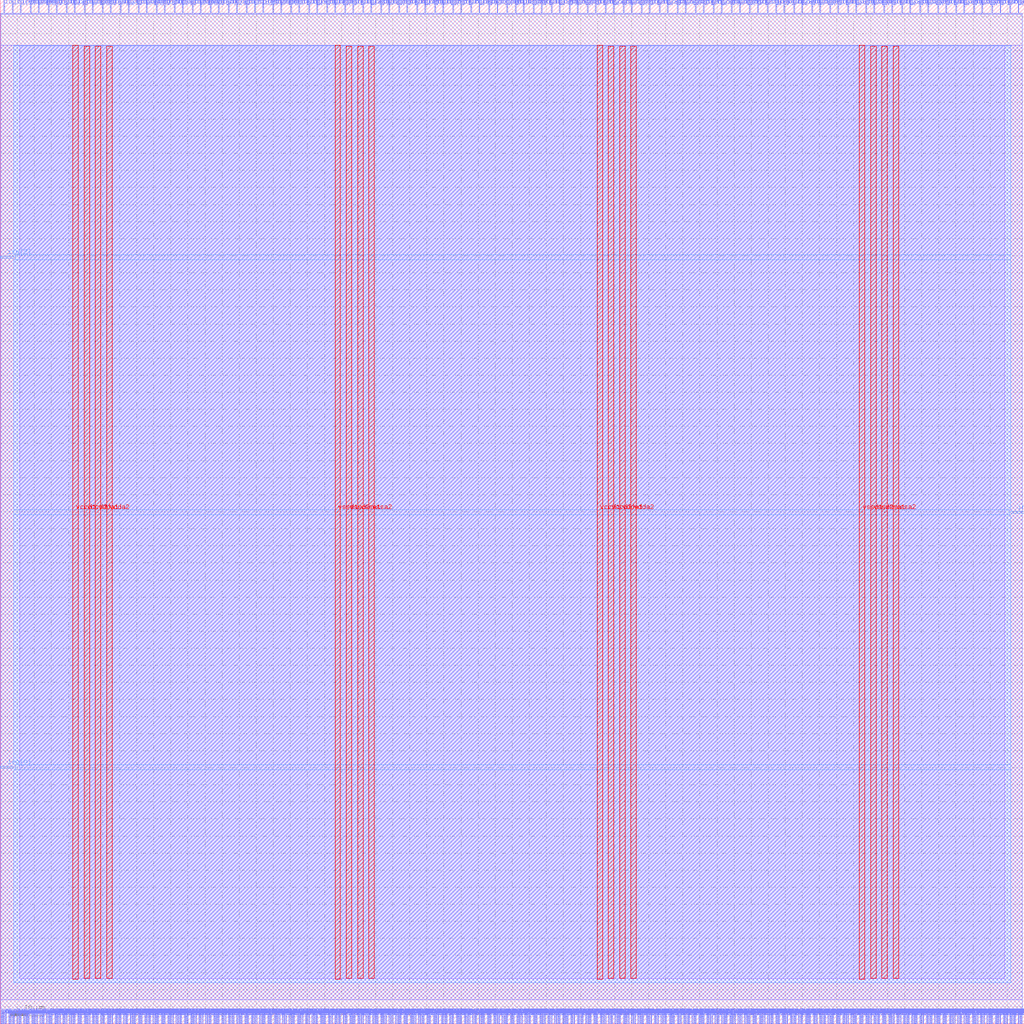
<source format=lef>
VERSION 5.7 ;
  NOWIREEXTENSIONATPIN ON ;
  DIVIDERCHAR "/" ;
  BUSBITCHARS "[]" ;
MACRO user_proj_example
  CLASS BLOCK ;
  FOREIGN user_proj_example ;
  ORIGIN 0.000 0.000 ;
  SIZE 300.000 BY 300.000 ;
  PIN io_in[0]
    DIRECTION INPUT ;
    USE SIGNAL ;
    PORT
      LAYER met2 ;
        RECT 1.060 296.000 1.340 300.000 ;
    END
  END io_in[0]
  PIN io_in[10]
    DIRECTION INPUT ;
    USE SIGNAL ;
    PORT
      LAYER met2 ;
        RECT 79.780 296.000 80.060 300.000 ;
    END
  END io_in[10]
  PIN io_in[11]
    DIRECTION INPUT ;
    USE SIGNAL ;
    PORT
      LAYER met2 ;
        RECT 87.460 296.000 87.740 300.000 ;
    END
  END io_in[11]
  PIN io_in[12]
    DIRECTION INPUT ;
    USE SIGNAL ;
    PORT
      LAYER met2 ;
        RECT 95.620 296.000 95.900 300.000 ;
    END
  END io_in[12]
  PIN io_in[13]
    DIRECTION INPUT ;
    USE SIGNAL ;
    PORT
      LAYER met2 ;
        RECT 103.300 296.000 103.580 300.000 ;
    END
  END io_in[13]
  PIN io_in[14]
    DIRECTION INPUT ;
    USE SIGNAL ;
    PORT
      LAYER met2 ;
        RECT 111.460 296.000 111.740 300.000 ;
    END
  END io_in[14]
  PIN io_in[15]
    DIRECTION INPUT ;
    USE SIGNAL ;
    PORT
      LAYER met2 ;
        RECT 119.140 296.000 119.420 300.000 ;
    END
  END io_in[15]
  PIN io_in[16]
    DIRECTION INPUT ;
    USE SIGNAL ;
    PORT
      LAYER met2 ;
        RECT 127.300 296.000 127.580 300.000 ;
    END
  END io_in[16]
  PIN io_in[17]
    DIRECTION INPUT ;
    USE SIGNAL ;
    PORT
      LAYER met2 ;
        RECT 134.980 296.000 135.260 300.000 ;
    END
  END io_in[17]
  PIN io_in[18]
    DIRECTION INPUT ;
    USE SIGNAL ;
    PORT
      LAYER met2 ;
        RECT 143.140 296.000 143.420 300.000 ;
    END
  END io_in[18]
  PIN io_in[19]
    DIRECTION INPUT ;
    USE SIGNAL ;
    PORT
      LAYER met2 ;
        RECT 150.820 296.000 151.100 300.000 ;
    END
  END io_in[19]
  PIN io_in[1]
    DIRECTION INPUT ;
    USE SIGNAL ;
    PORT
      LAYER met2 ;
        RECT 8.740 296.000 9.020 300.000 ;
    END
  END io_in[1]
  PIN io_in[20]
    DIRECTION INPUT ;
    USE SIGNAL ;
    PORT
      LAYER met2 ;
        RECT 158.500 296.000 158.780 300.000 ;
    END
  END io_in[20]
  PIN io_in[21]
    DIRECTION INPUT ;
    USE SIGNAL ;
    PORT
      LAYER met2 ;
        RECT 166.660 296.000 166.940 300.000 ;
    END
  END io_in[21]
  PIN io_in[22]
    DIRECTION INPUT ;
    USE SIGNAL ;
    PORT
      LAYER met2 ;
        RECT 174.340 296.000 174.620 300.000 ;
    END
  END io_in[22]
  PIN io_in[23]
    DIRECTION INPUT ;
    USE SIGNAL ;
    PORT
      LAYER met2 ;
        RECT 182.500 296.000 182.780 300.000 ;
    END
  END io_in[23]
  PIN io_in[24]
    DIRECTION INPUT ;
    USE SIGNAL ;
    PORT
      LAYER met2 ;
        RECT 190.180 296.000 190.460 300.000 ;
    END
  END io_in[24]
  PIN io_in[25]
    DIRECTION INPUT ;
    USE SIGNAL ;
    PORT
      LAYER met2 ;
        RECT 198.340 296.000 198.620 300.000 ;
    END
  END io_in[25]
  PIN io_in[26]
    DIRECTION INPUT ;
    USE SIGNAL ;
    PORT
      LAYER met2 ;
        RECT 206.020 296.000 206.300 300.000 ;
    END
  END io_in[26]
  PIN io_in[27]
    DIRECTION INPUT ;
    USE SIGNAL ;
    PORT
      LAYER met2 ;
        RECT 214.180 296.000 214.460 300.000 ;
    END
  END io_in[27]
  PIN io_in[28]
    DIRECTION INPUT ;
    USE SIGNAL ;
    PORT
      LAYER met2 ;
        RECT 221.860 296.000 222.140 300.000 ;
    END
  END io_in[28]
  PIN io_in[29]
    DIRECTION INPUT ;
    USE SIGNAL ;
    PORT
      LAYER met2 ;
        RECT 229.540 296.000 229.820 300.000 ;
    END
  END io_in[29]
  PIN io_in[2]
    DIRECTION INPUT ;
    USE SIGNAL ;
    PORT
      LAYER met2 ;
        RECT 16.420 296.000 16.700 300.000 ;
    END
  END io_in[2]
  PIN io_in[30]
    DIRECTION INPUT ;
    USE SIGNAL ;
    PORT
      LAYER met2 ;
        RECT 237.700 296.000 237.980 300.000 ;
    END
  END io_in[30]
  PIN io_in[31]
    DIRECTION INPUT ;
    USE SIGNAL ;
    PORT
      LAYER met2 ;
        RECT 245.380 296.000 245.660 300.000 ;
    END
  END io_in[31]
  PIN io_in[32]
    DIRECTION INPUT ;
    USE SIGNAL ;
    PORT
      LAYER met2 ;
        RECT 253.540 296.000 253.820 300.000 ;
    END
  END io_in[32]
  PIN io_in[33]
    DIRECTION INPUT ;
    USE SIGNAL ;
    PORT
      LAYER met2 ;
        RECT 261.220 296.000 261.500 300.000 ;
    END
  END io_in[33]
  PIN io_in[34]
    DIRECTION INPUT ;
    USE SIGNAL ;
    PORT
      LAYER met2 ;
        RECT 269.380 296.000 269.660 300.000 ;
    END
  END io_in[34]
  PIN io_in[35]
    DIRECTION INPUT ;
    USE SIGNAL ;
    PORT
      LAYER met2 ;
        RECT 277.060 296.000 277.340 300.000 ;
    END
  END io_in[35]
  PIN io_in[36]
    DIRECTION INPUT ;
    USE SIGNAL ;
    PORT
      LAYER met2 ;
        RECT 285.220 296.000 285.500 300.000 ;
    END
  END io_in[36]
  PIN io_in[37]
    DIRECTION INPUT ;
    USE SIGNAL ;
    PORT
      LAYER met2 ;
        RECT 292.900 296.000 293.180 300.000 ;
    END
  END io_in[37]
  PIN io_in[3]
    DIRECTION INPUT ;
    USE SIGNAL ;
    PORT
      LAYER met2 ;
        RECT 24.580 296.000 24.860 300.000 ;
    END
  END io_in[3]
  PIN io_in[4]
    DIRECTION INPUT ;
    USE SIGNAL ;
    PORT
      LAYER met2 ;
        RECT 32.260 296.000 32.540 300.000 ;
    END
  END io_in[4]
  PIN io_in[5]
    DIRECTION INPUT ;
    USE SIGNAL ;
    PORT
      LAYER met2 ;
        RECT 40.420 296.000 40.700 300.000 ;
    END
  END io_in[5]
  PIN io_in[6]
    DIRECTION INPUT ;
    USE SIGNAL ;
    PORT
      LAYER met2 ;
        RECT 48.100 296.000 48.380 300.000 ;
    END
  END io_in[6]
  PIN io_in[7]
    DIRECTION INPUT ;
    USE SIGNAL ;
    PORT
      LAYER met2 ;
        RECT 56.260 296.000 56.540 300.000 ;
    END
  END io_in[7]
  PIN io_in[8]
    DIRECTION INPUT ;
    USE SIGNAL ;
    PORT
      LAYER met2 ;
        RECT 63.940 296.000 64.220 300.000 ;
    END
  END io_in[8]
  PIN io_in[9]
    DIRECTION INPUT ;
    USE SIGNAL ;
    PORT
      LAYER met2 ;
        RECT 72.100 296.000 72.380 300.000 ;
    END
  END io_in[9]
  PIN io_oeb[0]
    DIRECTION OUTPUT TRISTATE ;
    USE SIGNAL ;
    PORT
      LAYER met2 ;
        RECT 3.460 296.000 3.740 300.000 ;
    END
  END io_oeb[0]
  PIN io_oeb[10]
    DIRECTION OUTPUT TRISTATE ;
    USE SIGNAL ;
    PORT
      LAYER met2 ;
        RECT 82.180 296.000 82.460 300.000 ;
    END
  END io_oeb[10]
  PIN io_oeb[11]
    DIRECTION OUTPUT TRISTATE ;
    USE SIGNAL ;
    PORT
      LAYER met2 ;
        RECT 90.340 296.000 90.620 300.000 ;
    END
  END io_oeb[11]
  PIN io_oeb[12]
    DIRECTION OUTPUT TRISTATE ;
    USE SIGNAL ;
    PORT
      LAYER met2 ;
        RECT 98.020 296.000 98.300 300.000 ;
    END
  END io_oeb[12]
  PIN io_oeb[13]
    DIRECTION OUTPUT TRISTATE ;
    USE SIGNAL ;
    PORT
      LAYER met2 ;
        RECT 106.180 296.000 106.460 300.000 ;
    END
  END io_oeb[13]
  PIN io_oeb[14]
    DIRECTION OUTPUT TRISTATE ;
    USE SIGNAL ;
    PORT
      LAYER met2 ;
        RECT 113.860 296.000 114.140 300.000 ;
    END
  END io_oeb[14]
  PIN io_oeb[15]
    DIRECTION OUTPUT TRISTATE ;
    USE SIGNAL ;
    PORT
      LAYER met2 ;
        RECT 122.020 296.000 122.300 300.000 ;
    END
  END io_oeb[15]
  PIN io_oeb[16]
    DIRECTION OUTPUT TRISTATE ;
    USE SIGNAL ;
    PORT
      LAYER met2 ;
        RECT 129.700 296.000 129.980 300.000 ;
    END
  END io_oeb[16]
  PIN io_oeb[17]
    DIRECTION OUTPUT TRISTATE ;
    USE SIGNAL ;
    PORT
      LAYER met2 ;
        RECT 137.860 296.000 138.140 300.000 ;
    END
  END io_oeb[17]
  PIN io_oeb[18]
    DIRECTION OUTPUT TRISTATE ;
    USE SIGNAL ;
    PORT
      LAYER met2 ;
        RECT 145.540 296.000 145.820 300.000 ;
    END
  END io_oeb[18]
  PIN io_oeb[19]
    DIRECTION OUTPUT TRISTATE ;
    USE SIGNAL ;
    PORT
      LAYER met2 ;
        RECT 153.220 296.000 153.500 300.000 ;
    END
  END io_oeb[19]
  PIN io_oeb[1]
    DIRECTION OUTPUT TRISTATE ;
    USE SIGNAL ;
    PORT
      LAYER met2 ;
        RECT 11.140 296.000 11.420 300.000 ;
    END
  END io_oeb[1]
  PIN io_oeb[20]
    DIRECTION OUTPUT TRISTATE ;
    USE SIGNAL ;
    PORT
      LAYER met2 ;
        RECT 161.380 296.000 161.660 300.000 ;
    END
  END io_oeb[20]
  PIN io_oeb[21]
    DIRECTION OUTPUT TRISTATE ;
    USE SIGNAL ;
    PORT
      LAYER met2 ;
        RECT 169.060 296.000 169.340 300.000 ;
    END
  END io_oeb[21]
  PIN io_oeb[22]
    DIRECTION OUTPUT TRISTATE ;
    USE SIGNAL ;
    PORT
      LAYER met2 ;
        RECT 177.220 296.000 177.500 300.000 ;
    END
  END io_oeb[22]
  PIN io_oeb[23]
    DIRECTION OUTPUT TRISTATE ;
    USE SIGNAL ;
    PORT
      LAYER met2 ;
        RECT 184.900 296.000 185.180 300.000 ;
    END
  END io_oeb[23]
  PIN io_oeb[24]
    DIRECTION OUTPUT TRISTATE ;
    USE SIGNAL ;
    PORT
      LAYER met2 ;
        RECT 193.060 296.000 193.340 300.000 ;
    END
  END io_oeb[24]
  PIN io_oeb[25]
    DIRECTION OUTPUT TRISTATE ;
    USE SIGNAL ;
    PORT
      LAYER met2 ;
        RECT 200.740 296.000 201.020 300.000 ;
    END
  END io_oeb[25]
  PIN io_oeb[26]
    DIRECTION OUTPUT TRISTATE ;
    USE SIGNAL ;
    PORT
      LAYER met2 ;
        RECT 208.900 296.000 209.180 300.000 ;
    END
  END io_oeb[26]
  PIN io_oeb[27]
    DIRECTION OUTPUT TRISTATE ;
    USE SIGNAL ;
    PORT
      LAYER met2 ;
        RECT 216.580 296.000 216.860 300.000 ;
    END
  END io_oeb[27]
  PIN io_oeb[28]
    DIRECTION OUTPUT TRISTATE ;
    USE SIGNAL ;
    PORT
      LAYER met2 ;
        RECT 224.740 296.000 225.020 300.000 ;
    END
  END io_oeb[28]
  PIN io_oeb[29]
    DIRECTION OUTPUT TRISTATE ;
    USE SIGNAL ;
    PORT
      LAYER met2 ;
        RECT 232.420 296.000 232.700 300.000 ;
    END
  END io_oeb[29]
  PIN io_oeb[2]
    DIRECTION OUTPUT TRISTATE ;
    USE SIGNAL ;
    PORT
      LAYER met2 ;
        RECT 19.300 296.000 19.580 300.000 ;
    END
  END io_oeb[2]
  PIN io_oeb[30]
    DIRECTION OUTPUT TRISTATE ;
    USE SIGNAL ;
    PORT
      LAYER met2 ;
        RECT 240.100 296.000 240.380 300.000 ;
    END
  END io_oeb[30]
  PIN io_oeb[31]
    DIRECTION OUTPUT TRISTATE ;
    USE SIGNAL ;
    PORT
      LAYER met2 ;
        RECT 248.260 296.000 248.540 300.000 ;
    END
  END io_oeb[31]
  PIN io_oeb[32]
    DIRECTION OUTPUT TRISTATE ;
    USE SIGNAL ;
    PORT
      LAYER met2 ;
        RECT 255.940 296.000 256.220 300.000 ;
    END
  END io_oeb[32]
  PIN io_oeb[33]
    DIRECTION OUTPUT TRISTATE ;
    USE SIGNAL ;
    PORT
      LAYER met2 ;
        RECT 264.100 296.000 264.380 300.000 ;
    END
  END io_oeb[33]
  PIN io_oeb[34]
    DIRECTION OUTPUT TRISTATE ;
    USE SIGNAL ;
    PORT
      LAYER met2 ;
        RECT 271.780 296.000 272.060 300.000 ;
    END
  END io_oeb[34]
  PIN io_oeb[35]
    DIRECTION OUTPUT TRISTATE ;
    USE SIGNAL ;
    PORT
      LAYER met2 ;
        RECT 279.940 296.000 280.220 300.000 ;
    END
  END io_oeb[35]
  PIN io_oeb[36]
    DIRECTION OUTPUT TRISTATE ;
    USE SIGNAL ;
    PORT
      LAYER met2 ;
        RECT 287.620 296.000 287.900 300.000 ;
    END
  END io_oeb[36]
  PIN io_oeb[37]
    DIRECTION OUTPUT TRISTATE ;
    USE SIGNAL ;
    PORT
      LAYER met2 ;
        RECT 295.780 296.000 296.060 300.000 ;
    END
  END io_oeb[37]
  PIN io_oeb[3]
    DIRECTION OUTPUT TRISTATE ;
    USE SIGNAL ;
    PORT
      LAYER met2 ;
        RECT 26.980 296.000 27.260 300.000 ;
    END
  END io_oeb[3]
  PIN io_oeb[4]
    DIRECTION OUTPUT TRISTATE ;
    USE SIGNAL ;
    PORT
      LAYER met2 ;
        RECT 35.140 296.000 35.420 300.000 ;
    END
  END io_oeb[4]
  PIN io_oeb[5]
    DIRECTION OUTPUT TRISTATE ;
    USE SIGNAL ;
    PORT
      LAYER met2 ;
        RECT 42.820 296.000 43.100 300.000 ;
    END
  END io_oeb[5]
  PIN io_oeb[6]
    DIRECTION OUTPUT TRISTATE ;
    USE SIGNAL ;
    PORT
      LAYER met2 ;
        RECT 50.980 296.000 51.260 300.000 ;
    END
  END io_oeb[6]
  PIN io_oeb[7]
    DIRECTION OUTPUT TRISTATE ;
    USE SIGNAL ;
    PORT
      LAYER met2 ;
        RECT 58.660 296.000 58.940 300.000 ;
    END
  END io_oeb[7]
  PIN io_oeb[8]
    DIRECTION OUTPUT TRISTATE ;
    USE SIGNAL ;
    PORT
      LAYER met2 ;
        RECT 66.820 296.000 67.100 300.000 ;
    END
  END io_oeb[8]
  PIN io_oeb[9]
    DIRECTION OUTPUT TRISTATE ;
    USE SIGNAL ;
    PORT
      LAYER met2 ;
        RECT 74.500 296.000 74.780 300.000 ;
    END
  END io_oeb[9]
  PIN io_out[0]
    DIRECTION OUTPUT TRISTATE ;
    USE SIGNAL ;
    PORT
      LAYER met2 ;
        RECT 5.860 296.000 6.140 300.000 ;
    END
  END io_out[0]
  PIN io_out[10]
    DIRECTION OUTPUT TRISTATE ;
    USE SIGNAL ;
    PORT
      LAYER met2 ;
        RECT 85.060 296.000 85.340 300.000 ;
    END
  END io_out[10]
  PIN io_out[11]
    DIRECTION OUTPUT TRISTATE ;
    USE SIGNAL ;
    PORT
      LAYER met2 ;
        RECT 92.740 296.000 93.020 300.000 ;
    END
  END io_out[11]
  PIN io_out[12]
    DIRECTION OUTPUT TRISTATE ;
    USE SIGNAL ;
    PORT
      LAYER met2 ;
        RECT 100.900 296.000 101.180 300.000 ;
    END
  END io_out[12]
  PIN io_out[13]
    DIRECTION OUTPUT TRISTATE ;
    USE SIGNAL ;
    PORT
      LAYER met2 ;
        RECT 108.580 296.000 108.860 300.000 ;
    END
  END io_out[13]
  PIN io_out[14]
    DIRECTION OUTPUT TRISTATE ;
    USE SIGNAL ;
    PORT
      LAYER met2 ;
        RECT 116.740 296.000 117.020 300.000 ;
    END
  END io_out[14]
  PIN io_out[15]
    DIRECTION OUTPUT TRISTATE ;
    USE SIGNAL ;
    PORT
      LAYER met2 ;
        RECT 124.420 296.000 124.700 300.000 ;
    END
  END io_out[15]
  PIN io_out[16]
    DIRECTION OUTPUT TRISTATE ;
    USE SIGNAL ;
    PORT
      LAYER met2 ;
        RECT 132.580 296.000 132.860 300.000 ;
    END
  END io_out[16]
  PIN io_out[17]
    DIRECTION OUTPUT TRISTATE ;
    USE SIGNAL ;
    PORT
      LAYER met2 ;
        RECT 140.260 296.000 140.540 300.000 ;
    END
  END io_out[17]
  PIN io_out[18]
    DIRECTION OUTPUT TRISTATE ;
    USE SIGNAL ;
    PORT
      LAYER met2 ;
        RECT 148.420 296.000 148.700 300.000 ;
    END
  END io_out[18]
  PIN io_out[19]
    DIRECTION OUTPUT TRISTATE ;
    USE SIGNAL ;
    PORT
      LAYER met2 ;
        RECT 156.100 296.000 156.380 300.000 ;
    END
  END io_out[19]
  PIN io_out[1]
    DIRECTION OUTPUT TRISTATE ;
    USE SIGNAL ;
    PORT
      LAYER met2 ;
        RECT 14.020 296.000 14.300 300.000 ;
    END
  END io_out[1]
  PIN io_out[20]
    DIRECTION OUTPUT TRISTATE ;
    USE SIGNAL ;
    PORT
      LAYER met2 ;
        RECT 163.780 296.000 164.060 300.000 ;
    END
  END io_out[20]
  PIN io_out[21]
    DIRECTION OUTPUT TRISTATE ;
    USE SIGNAL ;
    PORT
      LAYER met2 ;
        RECT 171.940 296.000 172.220 300.000 ;
    END
  END io_out[21]
  PIN io_out[22]
    DIRECTION OUTPUT TRISTATE ;
    USE SIGNAL ;
    PORT
      LAYER met2 ;
        RECT 179.620 296.000 179.900 300.000 ;
    END
  END io_out[22]
  PIN io_out[23]
    DIRECTION OUTPUT TRISTATE ;
    USE SIGNAL ;
    PORT
      LAYER met2 ;
        RECT 187.780 296.000 188.060 300.000 ;
    END
  END io_out[23]
  PIN io_out[24]
    DIRECTION OUTPUT TRISTATE ;
    USE SIGNAL ;
    PORT
      LAYER met2 ;
        RECT 195.460 296.000 195.740 300.000 ;
    END
  END io_out[24]
  PIN io_out[25]
    DIRECTION OUTPUT TRISTATE ;
    USE SIGNAL ;
    PORT
      LAYER met2 ;
        RECT 203.620 296.000 203.900 300.000 ;
    END
  END io_out[25]
  PIN io_out[26]
    DIRECTION OUTPUT TRISTATE ;
    USE SIGNAL ;
    PORT
      LAYER met2 ;
        RECT 211.300 296.000 211.580 300.000 ;
    END
  END io_out[26]
  PIN io_out[27]
    DIRECTION OUTPUT TRISTATE ;
    USE SIGNAL ;
    PORT
      LAYER met2 ;
        RECT 219.460 296.000 219.740 300.000 ;
    END
  END io_out[27]
  PIN io_out[28]
    DIRECTION OUTPUT TRISTATE ;
    USE SIGNAL ;
    PORT
      LAYER met2 ;
        RECT 227.140 296.000 227.420 300.000 ;
    END
  END io_out[28]
  PIN io_out[29]
    DIRECTION OUTPUT TRISTATE ;
    USE SIGNAL ;
    PORT
      LAYER met2 ;
        RECT 234.820 296.000 235.100 300.000 ;
    END
  END io_out[29]
  PIN io_out[2]
    DIRECTION OUTPUT TRISTATE ;
    USE SIGNAL ;
    PORT
      LAYER met2 ;
        RECT 21.700 296.000 21.980 300.000 ;
    END
  END io_out[2]
  PIN io_out[30]
    DIRECTION OUTPUT TRISTATE ;
    USE SIGNAL ;
    PORT
      LAYER met2 ;
        RECT 242.980 296.000 243.260 300.000 ;
    END
  END io_out[30]
  PIN io_out[31]
    DIRECTION OUTPUT TRISTATE ;
    USE SIGNAL ;
    PORT
      LAYER met2 ;
        RECT 250.660 296.000 250.940 300.000 ;
    END
  END io_out[31]
  PIN io_out[32]
    DIRECTION OUTPUT TRISTATE ;
    USE SIGNAL ;
    PORT
      LAYER met2 ;
        RECT 258.820 296.000 259.100 300.000 ;
    END
  END io_out[32]
  PIN io_out[33]
    DIRECTION OUTPUT TRISTATE ;
    USE SIGNAL ;
    PORT
      LAYER met2 ;
        RECT 266.500 296.000 266.780 300.000 ;
    END
  END io_out[33]
  PIN io_out[34]
    DIRECTION OUTPUT TRISTATE ;
    USE SIGNAL ;
    PORT
      LAYER met2 ;
        RECT 274.660 296.000 274.940 300.000 ;
    END
  END io_out[34]
  PIN io_out[35]
    DIRECTION OUTPUT TRISTATE ;
    USE SIGNAL ;
    PORT
      LAYER met2 ;
        RECT 282.340 296.000 282.620 300.000 ;
    END
  END io_out[35]
  PIN io_out[36]
    DIRECTION OUTPUT TRISTATE ;
    USE SIGNAL ;
    PORT
      LAYER met2 ;
        RECT 290.500 296.000 290.780 300.000 ;
    END
  END io_out[36]
  PIN io_out[37]
    DIRECTION OUTPUT TRISTATE ;
    USE SIGNAL ;
    PORT
      LAYER met2 ;
        RECT 298.180 296.000 298.460 300.000 ;
    END
  END io_out[37]
  PIN io_out[3]
    DIRECTION OUTPUT TRISTATE ;
    USE SIGNAL ;
    PORT
      LAYER met2 ;
        RECT 29.860 296.000 30.140 300.000 ;
    END
  END io_out[3]
  PIN io_out[4]
    DIRECTION OUTPUT TRISTATE ;
    USE SIGNAL ;
    PORT
      LAYER met2 ;
        RECT 37.540 296.000 37.820 300.000 ;
    END
  END io_out[4]
  PIN io_out[5]
    DIRECTION OUTPUT TRISTATE ;
    USE SIGNAL ;
    PORT
      LAYER met2 ;
        RECT 45.700 296.000 45.980 300.000 ;
    END
  END io_out[5]
  PIN io_out[6]
    DIRECTION OUTPUT TRISTATE ;
    USE SIGNAL ;
    PORT
      LAYER met2 ;
        RECT 53.380 296.000 53.660 300.000 ;
    END
  END io_out[6]
  PIN io_out[7]
    DIRECTION OUTPUT TRISTATE ;
    USE SIGNAL ;
    PORT
      LAYER met2 ;
        RECT 61.540 296.000 61.820 300.000 ;
    END
  END io_out[7]
  PIN io_out[8]
    DIRECTION OUTPUT TRISTATE ;
    USE SIGNAL ;
    PORT
      LAYER met2 ;
        RECT 69.220 296.000 69.500 300.000 ;
    END
  END io_out[8]
  PIN io_out[9]
    DIRECTION OUTPUT TRISTATE ;
    USE SIGNAL ;
    PORT
      LAYER met2 ;
        RECT 76.900 296.000 77.180 300.000 ;
    END
  END io_out[9]
  PIN irq[0]
    DIRECTION OUTPUT TRISTATE ;
    USE SIGNAL ;
    PORT
      LAYER met3 ;
        RECT 0.000 74.810 4.000 75.410 ;
    END
  END irq[0]
  PIN irq[1]
    DIRECTION OUTPUT TRISTATE ;
    USE SIGNAL ;
    PORT
      LAYER met3 ;
        RECT 296.000 149.550 300.000 150.150 ;
    END
  END irq[1]
  PIN irq[2]
    DIRECTION OUTPUT TRISTATE ;
    USE SIGNAL ;
    PORT
      LAYER met3 ;
        RECT 0.000 224.290 4.000 224.890 ;
    END
  END irq[2]
  PIN la_data_in[0]
    DIRECTION INPUT ;
    USE SIGNAL ;
    PORT
      LAYER met2 ;
        RECT 64.900 0.000 65.180 4.000 ;
    END
  END la_data_in[0]
  PIN la_data_in[100]
    DIRECTION INPUT ;
    USE SIGNAL ;
    PORT
      LAYER met2 ;
        RECT 248.260 0.000 248.540 4.000 ;
    END
  END la_data_in[100]
  PIN la_data_in[101]
    DIRECTION INPUT ;
    USE SIGNAL ;
    PORT
      LAYER met2 ;
        RECT 250.180 0.000 250.460 4.000 ;
    END
  END la_data_in[101]
  PIN la_data_in[102]
    DIRECTION INPUT ;
    USE SIGNAL ;
    PORT
      LAYER met2 ;
        RECT 252.100 0.000 252.380 4.000 ;
    END
  END la_data_in[102]
  PIN la_data_in[103]
    DIRECTION INPUT ;
    USE SIGNAL ;
    PORT
      LAYER met2 ;
        RECT 254.020 0.000 254.300 4.000 ;
    END
  END la_data_in[103]
  PIN la_data_in[104]
    DIRECTION INPUT ;
    USE SIGNAL ;
    PORT
      LAYER met2 ;
        RECT 255.940 0.000 256.220 4.000 ;
    END
  END la_data_in[104]
  PIN la_data_in[105]
    DIRECTION INPUT ;
    USE SIGNAL ;
    PORT
      LAYER met2 ;
        RECT 257.380 0.000 257.660 4.000 ;
    END
  END la_data_in[105]
  PIN la_data_in[106]
    DIRECTION INPUT ;
    USE SIGNAL ;
    PORT
      LAYER met2 ;
        RECT 259.300 0.000 259.580 4.000 ;
    END
  END la_data_in[106]
  PIN la_data_in[107]
    DIRECTION INPUT ;
    USE SIGNAL ;
    PORT
      LAYER met2 ;
        RECT 261.220 0.000 261.500 4.000 ;
    END
  END la_data_in[107]
  PIN la_data_in[108]
    DIRECTION INPUT ;
    USE SIGNAL ;
    PORT
      LAYER met2 ;
        RECT 263.140 0.000 263.420 4.000 ;
    END
  END la_data_in[108]
  PIN la_data_in[109]
    DIRECTION INPUT ;
    USE SIGNAL ;
    PORT
      LAYER met2 ;
        RECT 265.060 0.000 265.340 4.000 ;
    END
  END la_data_in[109]
  PIN la_data_in[10]
    DIRECTION INPUT ;
    USE SIGNAL ;
    PORT
      LAYER met2 ;
        RECT 83.140 0.000 83.420 4.000 ;
    END
  END la_data_in[10]
  PIN la_data_in[110]
    DIRECTION INPUT ;
    USE SIGNAL ;
    PORT
      LAYER met2 ;
        RECT 266.980 0.000 267.260 4.000 ;
    END
  END la_data_in[110]
  PIN la_data_in[111]
    DIRECTION INPUT ;
    USE SIGNAL ;
    PORT
      LAYER met2 ;
        RECT 268.420 0.000 268.700 4.000 ;
    END
  END la_data_in[111]
  PIN la_data_in[112]
    DIRECTION INPUT ;
    USE SIGNAL ;
    PORT
      LAYER met2 ;
        RECT 270.340 0.000 270.620 4.000 ;
    END
  END la_data_in[112]
  PIN la_data_in[113]
    DIRECTION INPUT ;
    USE SIGNAL ;
    PORT
      LAYER met2 ;
        RECT 272.260 0.000 272.540 4.000 ;
    END
  END la_data_in[113]
  PIN la_data_in[114]
    DIRECTION INPUT ;
    USE SIGNAL ;
    PORT
      LAYER met2 ;
        RECT 274.180 0.000 274.460 4.000 ;
    END
  END la_data_in[114]
  PIN la_data_in[115]
    DIRECTION INPUT ;
    USE SIGNAL ;
    PORT
      LAYER met2 ;
        RECT 276.100 0.000 276.380 4.000 ;
    END
  END la_data_in[115]
  PIN la_data_in[116]
    DIRECTION INPUT ;
    USE SIGNAL ;
    PORT
      LAYER met2 ;
        RECT 278.020 0.000 278.300 4.000 ;
    END
  END la_data_in[116]
  PIN la_data_in[117]
    DIRECTION INPUT ;
    USE SIGNAL ;
    PORT
      LAYER met2 ;
        RECT 279.460 0.000 279.740 4.000 ;
    END
  END la_data_in[117]
  PIN la_data_in[118]
    DIRECTION INPUT ;
    USE SIGNAL ;
    PORT
      LAYER met2 ;
        RECT 281.380 0.000 281.660 4.000 ;
    END
  END la_data_in[118]
  PIN la_data_in[119]
    DIRECTION INPUT ;
    USE SIGNAL ;
    PORT
      LAYER met2 ;
        RECT 283.300 0.000 283.580 4.000 ;
    END
  END la_data_in[119]
  PIN la_data_in[11]
    DIRECTION INPUT ;
    USE SIGNAL ;
    PORT
      LAYER met2 ;
        RECT 85.060 0.000 85.340 4.000 ;
    END
  END la_data_in[11]
  PIN la_data_in[120]
    DIRECTION INPUT ;
    USE SIGNAL ;
    PORT
      LAYER met2 ;
        RECT 285.220 0.000 285.500 4.000 ;
    END
  END la_data_in[120]
  PIN la_data_in[121]
    DIRECTION INPUT ;
    USE SIGNAL ;
    PORT
      LAYER met2 ;
        RECT 287.140 0.000 287.420 4.000 ;
    END
  END la_data_in[121]
  PIN la_data_in[122]
    DIRECTION INPUT ;
    USE SIGNAL ;
    PORT
      LAYER met2 ;
        RECT 289.060 0.000 289.340 4.000 ;
    END
  END la_data_in[122]
  PIN la_data_in[123]
    DIRECTION INPUT ;
    USE SIGNAL ;
    PORT
      LAYER met2 ;
        RECT 290.500 0.000 290.780 4.000 ;
    END
  END la_data_in[123]
  PIN la_data_in[124]
    DIRECTION INPUT ;
    USE SIGNAL ;
    PORT
      LAYER met2 ;
        RECT 292.420 0.000 292.700 4.000 ;
    END
  END la_data_in[124]
  PIN la_data_in[125]
    DIRECTION INPUT ;
    USE SIGNAL ;
    PORT
      LAYER met2 ;
        RECT 294.340 0.000 294.620 4.000 ;
    END
  END la_data_in[125]
  PIN la_data_in[126]
    DIRECTION INPUT ;
    USE SIGNAL ;
    PORT
      LAYER met2 ;
        RECT 296.260 0.000 296.540 4.000 ;
    END
  END la_data_in[126]
  PIN la_data_in[127]
    DIRECTION INPUT ;
    USE SIGNAL ;
    PORT
      LAYER met2 ;
        RECT 298.180 0.000 298.460 4.000 ;
    END
  END la_data_in[127]
  PIN la_data_in[12]
    DIRECTION INPUT ;
    USE SIGNAL ;
    PORT
      LAYER met2 ;
        RECT 86.980 0.000 87.260 4.000 ;
    END
  END la_data_in[12]
  PIN la_data_in[13]
    DIRECTION INPUT ;
    USE SIGNAL ;
    PORT
      LAYER met2 ;
        RECT 88.420 0.000 88.700 4.000 ;
    END
  END la_data_in[13]
  PIN la_data_in[14]
    DIRECTION INPUT ;
    USE SIGNAL ;
    PORT
      LAYER met2 ;
        RECT 90.340 0.000 90.620 4.000 ;
    END
  END la_data_in[14]
  PIN la_data_in[15]
    DIRECTION INPUT ;
    USE SIGNAL ;
    PORT
      LAYER met2 ;
        RECT 92.260 0.000 92.540 4.000 ;
    END
  END la_data_in[15]
  PIN la_data_in[16]
    DIRECTION INPUT ;
    USE SIGNAL ;
    PORT
      LAYER met2 ;
        RECT 94.180 0.000 94.460 4.000 ;
    END
  END la_data_in[16]
  PIN la_data_in[17]
    DIRECTION INPUT ;
    USE SIGNAL ;
    PORT
      LAYER met2 ;
        RECT 96.100 0.000 96.380 4.000 ;
    END
  END la_data_in[17]
  PIN la_data_in[18]
    DIRECTION INPUT ;
    USE SIGNAL ;
    PORT
      LAYER met2 ;
        RECT 98.020 0.000 98.300 4.000 ;
    END
  END la_data_in[18]
  PIN la_data_in[19]
    DIRECTION INPUT ;
    USE SIGNAL ;
    PORT
      LAYER met2 ;
        RECT 99.460 0.000 99.740 4.000 ;
    END
  END la_data_in[19]
  PIN la_data_in[1]
    DIRECTION INPUT ;
    USE SIGNAL ;
    PORT
      LAYER met2 ;
        RECT 66.820 0.000 67.100 4.000 ;
    END
  END la_data_in[1]
  PIN la_data_in[20]
    DIRECTION INPUT ;
    USE SIGNAL ;
    PORT
      LAYER met2 ;
        RECT 101.380 0.000 101.660 4.000 ;
    END
  END la_data_in[20]
  PIN la_data_in[21]
    DIRECTION INPUT ;
    USE SIGNAL ;
    PORT
      LAYER met2 ;
        RECT 103.300 0.000 103.580 4.000 ;
    END
  END la_data_in[21]
  PIN la_data_in[22]
    DIRECTION INPUT ;
    USE SIGNAL ;
    PORT
      LAYER met2 ;
        RECT 105.220 0.000 105.500 4.000 ;
    END
  END la_data_in[22]
  PIN la_data_in[23]
    DIRECTION INPUT ;
    USE SIGNAL ;
    PORT
      LAYER met2 ;
        RECT 107.140 0.000 107.420 4.000 ;
    END
  END la_data_in[23]
  PIN la_data_in[24]
    DIRECTION INPUT ;
    USE SIGNAL ;
    PORT
      LAYER met2 ;
        RECT 109.060 0.000 109.340 4.000 ;
    END
  END la_data_in[24]
  PIN la_data_in[25]
    DIRECTION INPUT ;
    USE SIGNAL ;
    PORT
      LAYER met2 ;
        RECT 110.500 0.000 110.780 4.000 ;
    END
  END la_data_in[25]
  PIN la_data_in[26]
    DIRECTION INPUT ;
    USE SIGNAL ;
    PORT
      LAYER met2 ;
        RECT 112.420 0.000 112.700 4.000 ;
    END
  END la_data_in[26]
  PIN la_data_in[27]
    DIRECTION INPUT ;
    USE SIGNAL ;
    PORT
      LAYER met2 ;
        RECT 114.340 0.000 114.620 4.000 ;
    END
  END la_data_in[27]
  PIN la_data_in[28]
    DIRECTION INPUT ;
    USE SIGNAL ;
    PORT
      LAYER met2 ;
        RECT 116.260 0.000 116.540 4.000 ;
    END
  END la_data_in[28]
  PIN la_data_in[29]
    DIRECTION INPUT ;
    USE SIGNAL ;
    PORT
      LAYER met2 ;
        RECT 118.180 0.000 118.460 4.000 ;
    END
  END la_data_in[29]
  PIN la_data_in[2]
    DIRECTION INPUT ;
    USE SIGNAL ;
    PORT
      LAYER met2 ;
        RECT 68.260 0.000 68.540 4.000 ;
    END
  END la_data_in[2]
  PIN la_data_in[30]
    DIRECTION INPUT ;
    USE SIGNAL ;
    PORT
      LAYER met2 ;
        RECT 120.100 0.000 120.380 4.000 ;
    END
  END la_data_in[30]
  PIN la_data_in[31]
    DIRECTION INPUT ;
    USE SIGNAL ;
    PORT
      LAYER met2 ;
        RECT 121.540 0.000 121.820 4.000 ;
    END
  END la_data_in[31]
  PIN la_data_in[32]
    DIRECTION INPUT ;
    USE SIGNAL ;
    PORT
      LAYER met2 ;
        RECT 123.460 0.000 123.740 4.000 ;
    END
  END la_data_in[32]
  PIN la_data_in[33]
    DIRECTION INPUT ;
    USE SIGNAL ;
    PORT
      LAYER met2 ;
        RECT 125.380 0.000 125.660 4.000 ;
    END
  END la_data_in[33]
  PIN la_data_in[34]
    DIRECTION INPUT ;
    USE SIGNAL ;
    PORT
      LAYER met2 ;
        RECT 127.300 0.000 127.580 4.000 ;
    END
  END la_data_in[34]
  PIN la_data_in[35]
    DIRECTION INPUT ;
    USE SIGNAL ;
    PORT
      LAYER met2 ;
        RECT 129.220 0.000 129.500 4.000 ;
    END
  END la_data_in[35]
  PIN la_data_in[36]
    DIRECTION INPUT ;
    USE SIGNAL ;
    PORT
      LAYER met2 ;
        RECT 130.660 0.000 130.940 4.000 ;
    END
  END la_data_in[36]
  PIN la_data_in[37]
    DIRECTION INPUT ;
    USE SIGNAL ;
    PORT
      LAYER met2 ;
        RECT 132.580 0.000 132.860 4.000 ;
    END
  END la_data_in[37]
  PIN la_data_in[38]
    DIRECTION INPUT ;
    USE SIGNAL ;
    PORT
      LAYER met2 ;
        RECT 134.500 0.000 134.780 4.000 ;
    END
  END la_data_in[38]
  PIN la_data_in[39]
    DIRECTION INPUT ;
    USE SIGNAL ;
    PORT
      LAYER met2 ;
        RECT 136.420 0.000 136.700 4.000 ;
    END
  END la_data_in[39]
  PIN la_data_in[3]
    DIRECTION INPUT ;
    USE SIGNAL ;
    PORT
      LAYER met2 ;
        RECT 70.180 0.000 70.460 4.000 ;
    END
  END la_data_in[3]
  PIN la_data_in[40]
    DIRECTION INPUT ;
    USE SIGNAL ;
    PORT
      LAYER met2 ;
        RECT 138.340 0.000 138.620 4.000 ;
    END
  END la_data_in[40]
  PIN la_data_in[41]
    DIRECTION INPUT ;
    USE SIGNAL ;
    PORT
      LAYER met2 ;
        RECT 140.260 0.000 140.540 4.000 ;
    END
  END la_data_in[41]
  PIN la_data_in[42]
    DIRECTION INPUT ;
    USE SIGNAL ;
    PORT
      LAYER met2 ;
        RECT 141.700 0.000 141.980 4.000 ;
    END
  END la_data_in[42]
  PIN la_data_in[43]
    DIRECTION INPUT ;
    USE SIGNAL ;
    PORT
      LAYER met2 ;
        RECT 143.620 0.000 143.900 4.000 ;
    END
  END la_data_in[43]
  PIN la_data_in[44]
    DIRECTION INPUT ;
    USE SIGNAL ;
    PORT
      LAYER met2 ;
        RECT 145.540 0.000 145.820 4.000 ;
    END
  END la_data_in[44]
  PIN la_data_in[45]
    DIRECTION INPUT ;
    USE SIGNAL ;
    PORT
      LAYER met2 ;
        RECT 147.460 0.000 147.740 4.000 ;
    END
  END la_data_in[45]
  PIN la_data_in[46]
    DIRECTION INPUT ;
    USE SIGNAL ;
    PORT
      LAYER met2 ;
        RECT 149.380 0.000 149.660 4.000 ;
    END
  END la_data_in[46]
  PIN la_data_in[47]
    DIRECTION INPUT ;
    USE SIGNAL ;
    PORT
      LAYER met2 ;
        RECT 151.300 0.000 151.580 4.000 ;
    END
  END la_data_in[47]
  PIN la_data_in[48]
    DIRECTION INPUT ;
    USE SIGNAL ;
    PORT
      LAYER met2 ;
        RECT 152.740 0.000 153.020 4.000 ;
    END
  END la_data_in[48]
  PIN la_data_in[49]
    DIRECTION INPUT ;
    USE SIGNAL ;
    PORT
      LAYER met2 ;
        RECT 154.660 0.000 154.940 4.000 ;
    END
  END la_data_in[49]
  PIN la_data_in[4]
    DIRECTION INPUT ;
    USE SIGNAL ;
    PORT
      LAYER met2 ;
        RECT 72.100 0.000 72.380 4.000 ;
    END
  END la_data_in[4]
  PIN la_data_in[50]
    DIRECTION INPUT ;
    USE SIGNAL ;
    PORT
      LAYER met2 ;
        RECT 156.580 0.000 156.860 4.000 ;
    END
  END la_data_in[50]
  PIN la_data_in[51]
    DIRECTION INPUT ;
    USE SIGNAL ;
    PORT
      LAYER met2 ;
        RECT 158.500 0.000 158.780 4.000 ;
    END
  END la_data_in[51]
  PIN la_data_in[52]
    DIRECTION INPUT ;
    USE SIGNAL ;
    PORT
      LAYER met2 ;
        RECT 160.420 0.000 160.700 4.000 ;
    END
  END la_data_in[52]
  PIN la_data_in[53]
    DIRECTION INPUT ;
    USE SIGNAL ;
    PORT
      LAYER met2 ;
        RECT 162.340 0.000 162.620 4.000 ;
    END
  END la_data_in[53]
  PIN la_data_in[54]
    DIRECTION INPUT ;
    USE SIGNAL ;
    PORT
      LAYER met2 ;
        RECT 163.780 0.000 164.060 4.000 ;
    END
  END la_data_in[54]
  PIN la_data_in[55]
    DIRECTION INPUT ;
    USE SIGNAL ;
    PORT
      LAYER met2 ;
        RECT 165.700 0.000 165.980 4.000 ;
    END
  END la_data_in[55]
  PIN la_data_in[56]
    DIRECTION INPUT ;
    USE SIGNAL ;
    PORT
      LAYER met2 ;
        RECT 167.620 0.000 167.900 4.000 ;
    END
  END la_data_in[56]
  PIN la_data_in[57]
    DIRECTION INPUT ;
    USE SIGNAL ;
    PORT
      LAYER met2 ;
        RECT 169.540 0.000 169.820 4.000 ;
    END
  END la_data_in[57]
  PIN la_data_in[58]
    DIRECTION INPUT ;
    USE SIGNAL ;
    PORT
      LAYER met2 ;
        RECT 171.460 0.000 171.740 4.000 ;
    END
  END la_data_in[58]
  PIN la_data_in[59]
    DIRECTION INPUT ;
    USE SIGNAL ;
    PORT
      LAYER met2 ;
        RECT 172.900 0.000 173.180 4.000 ;
    END
  END la_data_in[59]
  PIN la_data_in[5]
    DIRECTION INPUT ;
    USE SIGNAL ;
    PORT
      LAYER met2 ;
        RECT 74.020 0.000 74.300 4.000 ;
    END
  END la_data_in[5]
  PIN la_data_in[60]
    DIRECTION INPUT ;
    USE SIGNAL ;
    PORT
      LAYER met2 ;
        RECT 174.820 0.000 175.100 4.000 ;
    END
  END la_data_in[60]
  PIN la_data_in[61]
    DIRECTION INPUT ;
    USE SIGNAL ;
    PORT
      LAYER met2 ;
        RECT 176.740 0.000 177.020 4.000 ;
    END
  END la_data_in[61]
  PIN la_data_in[62]
    DIRECTION INPUT ;
    USE SIGNAL ;
    PORT
      LAYER met2 ;
        RECT 178.660 0.000 178.940 4.000 ;
    END
  END la_data_in[62]
  PIN la_data_in[63]
    DIRECTION INPUT ;
    USE SIGNAL ;
    PORT
      LAYER met2 ;
        RECT 180.580 0.000 180.860 4.000 ;
    END
  END la_data_in[63]
  PIN la_data_in[64]
    DIRECTION INPUT ;
    USE SIGNAL ;
    PORT
      LAYER met2 ;
        RECT 182.500 0.000 182.780 4.000 ;
    END
  END la_data_in[64]
  PIN la_data_in[65]
    DIRECTION INPUT ;
    USE SIGNAL ;
    PORT
      LAYER met2 ;
        RECT 183.940 0.000 184.220 4.000 ;
    END
  END la_data_in[65]
  PIN la_data_in[66]
    DIRECTION INPUT ;
    USE SIGNAL ;
    PORT
      LAYER met2 ;
        RECT 185.860 0.000 186.140 4.000 ;
    END
  END la_data_in[66]
  PIN la_data_in[67]
    DIRECTION INPUT ;
    USE SIGNAL ;
    PORT
      LAYER met2 ;
        RECT 187.780 0.000 188.060 4.000 ;
    END
  END la_data_in[67]
  PIN la_data_in[68]
    DIRECTION INPUT ;
    USE SIGNAL ;
    PORT
      LAYER met2 ;
        RECT 189.700 0.000 189.980 4.000 ;
    END
  END la_data_in[68]
  PIN la_data_in[69]
    DIRECTION INPUT ;
    USE SIGNAL ;
    PORT
      LAYER met2 ;
        RECT 191.620 0.000 191.900 4.000 ;
    END
  END la_data_in[69]
  PIN la_data_in[6]
    DIRECTION INPUT ;
    USE SIGNAL ;
    PORT
      LAYER met2 ;
        RECT 75.940 0.000 76.220 4.000 ;
    END
  END la_data_in[6]
  PIN la_data_in[70]
    DIRECTION INPUT ;
    USE SIGNAL ;
    PORT
      LAYER met2 ;
        RECT 193.540 0.000 193.820 4.000 ;
    END
  END la_data_in[70]
  PIN la_data_in[71]
    DIRECTION INPUT ;
    USE SIGNAL ;
    PORT
      LAYER met2 ;
        RECT 194.980 0.000 195.260 4.000 ;
    END
  END la_data_in[71]
  PIN la_data_in[72]
    DIRECTION INPUT ;
    USE SIGNAL ;
    PORT
      LAYER met2 ;
        RECT 196.900 0.000 197.180 4.000 ;
    END
  END la_data_in[72]
  PIN la_data_in[73]
    DIRECTION INPUT ;
    USE SIGNAL ;
    PORT
      LAYER met2 ;
        RECT 198.820 0.000 199.100 4.000 ;
    END
  END la_data_in[73]
  PIN la_data_in[74]
    DIRECTION INPUT ;
    USE SIGNAL ;
    PORT
      LAYER met2 ;
        RECT 200.740 0.000 201.020 4.000 ;
    END
  END la_data_in[74]
  PIN la_data_in[75]
    DIRECTION INPUT ;
    USE SIGNAL ;
    PORT
      LAYER met2 ;
        RECT 202.660 0.000 202.940 4.000 ;
    END
  END la_data_in[75]
  PIN la_data_in[76]
    DIRECTION INPUT ;
    USE SIGNAL ;
    PORT
      LAYER met2 ;
        RECT 204.580 0.000 204.860 4.000 ;
    END
  END la_data_in[76]
  PIN la_data_in[77]
    DIRECTION INPUT ;
    USE SIGNAL ;
    PORT
      LAYER met2 ;
        RECT 206.020 0.000 206.300 4.000 ;
    END
  END la_data_in[77]
  PIN la_data_in[78]
    DIRECTION INPUT ;
    USE SIGNAL ;
    PORT
      LAYER met2 ;
        RECT 207.940 0.000 208.220 4.000 ;
    END
  END la_data_in[78]
  PIN la_data_in[79]
    DIRECTION INPUT ;
    USE SIGNAL ;
    PORT
      LAYER met2 ;
        RECT 209.860 0.000 210.140 4.000 ;
    END
  END la_data_in[79]
  PIN la_data_in[7]
    DIRECTION INPUT ;
    USE SIGNAL ;
    PORT
      LAYER met2 ;
        RECT 77.380 0.000 77.660 4.000 ;
    END
  END la_data_in[7]
  PIN la_data_in[80]
    DIRECTION INPUT ;
    USE SIGNAL ;
    PORT
      LAYER met2 ;
        RECT 211.780 0.000 212.060 4.000 ;
    END
  END la_data_in[80]
  PIN la_data_in[81]
    DIRECTION INPUT ;
    USE SIGNAL ;
    PORT
      LAYER met2 ;
        RECT 213.700 0.000 213.980 4.000 ;
    END
  END la_data_in[81]
  PIN la_data_in[82]
    DIRECTION INPUT ;
    USE SIGNAL ;
    PORT
      LAYER met2 ;
        RECT 215.140 0.000 215.420 4.000 ;
    END
  END la_data_in[82]
  PIN la_data_in[83]
    DIRECTION INPUT ;
    USE SIGNAL ;
    PORT
      LAYER met2 ;
        RECT 217.060 0.000 217.340 4.000 ;
    END
  END la_data_in[83]
  PIN la_data_in[84]
    DIRECTION INPUT ;
    USE SIGNAL ;
    PORT
      LAYER met2 ;
        RECT 218.980 0.000 219.260 4.000 ;
    END
  END la_data_in[84]
  PIN la_data_in[85]
    DIRECTION INPUT ;
    USE SIGNAL ;
    PORT
      LAYER met2 ;
        RECT 220.900 0.000 221.180 4.000 ;
    END
  END la_data_in[85]
  PIN la_data_in[86]
    DIRECTION INPUT ;
    USE SIGNAL ;
    PORT
      LAYER met2 ;
        RECT 222.820 0.000 223.100 4.000 ;
    END
  END la_data_in[86]
  PIN la_data_in[87]
    DIRECTION INPUT ;
    USE SIGNAL ;
    PORT
      LAYER met2 ;
        RECT 224.740 0.000 225.020 4.000 ;
    END
  END la_data_in[87]
  PIN la_data_in[88]
    DIRECTION INPUT ;
    USE SIGNAL ;
    PORT
      LAYER met2 ;
        RECT 226.180 0.000 226.460 4.000 ;
    END
  END la_data_in[88]
  PIN la_data_in[89]
    DIRECTION INPUT ;
    USE SIGNAL ;
    PORT
      LAYER met2 ;
        RECT 228.100 0.000 228.380 4.000 ;
    END
  END la_data_in[89]
  PIN la_data_in[8]
    DIRECTION INPUT ;
    USE SIGNAL ;
    PORT
      LAYER met2 ;
        RECT 79.300 0.000 79.580 4.000 ;
    END
  END la_data_in[8]
  PIN la_data_in[90]
    DIRECTION INPUT ;
    USE SIGNAL ;
    PORT
      LAYER met2 ;
        RECT 230.020 0.000 230.300 4.000 ;
    END
  END la_data_in[90]
  PIN la_data_in[91]
    DIRECTION INPUT ;
    USE SIGNAL ;
    PORT
      LAYER met2 ;
        RECT 231.940 0.000 232.220 4.000 ;
    END
  END la_data_in[91]
  PIN la_data_in[92]
    DIRECTION INPUT ;
    USE SIGNAL ;
    PORT
      LAYER met2 ;
        RECT 233.860 0.000 234.140 4.000 ;
    END
  END la_data_in[92]
  PIN la_data_in[93]
    DIRECTION INPUT ;
    USE SIGNAL ;
    PORT
      LAYER met2 ;
        RECT 235.780 0.000 236.060 4.000 ;
    END
  END la_data_in[93]
  PIN la_data_in[94]
    DIRECTION INPUT ;
    USE SIGNAL ;
    PORT
      LAYER met2 ;
        RECT 237.220 0.000 237.500 4.000 ;
    END
  END la_data_in[94]
  PIN la_data_in[95]
    DIRECTION INPUT ;
    USE SIGNAL ;
    PORT
      LAYER met2 ;
        RECT 239.140 0.000 239.420 4.000 ;
    END
  END la_data_in[95]
  PIN la_data_in[96]
    DIRECTION INPUT ;
    USE SIGNAL ;
    PORT
      LAYER met2 ;
        RECT 241.060 0.000 241.340 4.000 ;
    END
  END la_data_in[96]
  PIN la_data_in[97]
    DIRECTION INPUT ;
    USE SIGNAL ;
    PORT
      LAYER met2 ;
        RECT 242.980 0.000 243.260 4.000 ;
    END
  END la_data_in[97]
  PIN la_data_in[98]
    DIRECTION INPUT ;
    USE SIGNAL ;
    PORT
      LAYER met2 ;
        RECT 244.900 0.000 245.180 4.000 ;
    END
  END la_data_in[98]
  PIN la_data_in[99]
    DIRECTION INPUT ;
    USE SIGNAL ;
    PORT
      LAYER met2 ;
        RECT 246.820 0.000 247.100 4.000 ;
    END
  END la_data_in[99]
  PIN la_data_in[9]
    DIRECTION INPUT ;
    USE SIGNAL ;
    PORT
      LAYER met2 ;
        RECT 81.220 0.000 81.500 4.000 ;
    END
  END la_data_in[9]
  PIN la_data_out[0]
    DIRECTION OUTPUT TRISTATE ;
    USE SIGNAL ;
    PORT
      LAYER met2 ;
        RECT 65.380 0.000 65.660 4.000 ;
    END
  END la_data_out[0]
  PIN la_data_out[100]
    DIRECTION OUTPUT TRISTATE ;
    USE SIGNAL ;
    PORT
      LAYER met2 ;
        RECT 249.220 0.000 249.500 4.000 ;
    END
  END la_data_out[100]
  PIN la_data_out[101]
    DIRECTION OUTPUT TRISTATE ;
    USE SIGNAL ;
    PORT
      LAYER met2 ;
        RECT 250.660 0.000 250.940 4.000 ;
    END
  END la_data_out[101]
  PIN la_data_out[102]
    DIRECTION OUTPUT TRISTATE ;
    USE SIGNAL ;
    PORT
      LAYER met2 ;
        RECT 252.580 0.000 252.860 4.000 ;
    END
  END la_data_out[102]
  PIN la_data_out[103]
    DIRECTION OUTPUT TRISTATE ;
    USE SIGNAL ;
    PORT
      LAYER met2 ;
        RECT 254.500 0.000 254.780 4.000 ;
    END
  END la_data_out[103]
  PIN la_data_out[104]
    DIRECTION OUTPUT TRISTATE ;
    USE SIGNAL ;
    PORT
      LAYER met2 ;
        RECT 256.420 0.000 256.700 4.000 ;
    END
  END la_data_out[104]
  PIN la_data_out[105]
    DIRECTION OUTPUT TRISTATE ;
    USE SIGNAL ;
    PORT
      LAYER met2 ;
        RECT 258.340 0.000 258.620 4.000 ;
    END
  END la_data_out[105]
  PIN la_data_out[106]
    DIRECTION OUTPUT TRISTATE ;
    USE SIGNAL ;
    PORT
      LAYER met2 ;
        RECT 260.260 0.000 260.540 4.000 ;
    END
  END la_data_out[106]
  PIN la_data_out[107]
    DIRECTION OUTPUT TRISTATE ;
    USE SIGNAL ;
    PORT
      LAYER met2 ;
        RECT 261.700 0.000 261.980 4.000 ;
    END
  END la_data_out[107]
  PIN la_data_out[108]
    DIRECTION OUTPUT TRISTATE ;
    USE SIGNAL ;
    PORT
      LAYER met2 ;
        RECT 263.620 0.000 263.900 4.000 ;
    END
  END la_data_out[108]
  PIN la_data_out[109]
    DIRECTION OUTPUT TRISTATE ;
    USE SIGNAL ;
    PORT
      LAYER met2 ;
        RECT 265.540 0.000 265.820 4.000 ;
    END
  END la_data_out[109]
  PIN la_data_out[10]
    DIRECTION OUTPUT TRISTATE ;
    USE SIGNAL ;
    PORT
      LAYER met2 ;
        RECT 83.620 0.000 83.900 4.000 ;
    END
  END la_data_out[10]
  PIN la_data_out[110]
    DIRECTION OUTPUT TRISTATE ;
    USE SIGNAL ;
    PORT
      LAYER met2 ;
        RECT 267.460 0.000 267.740 4.000 ;
    END
  END la_data_out[110]
  PIN la_data_out[111]
    DIRECTION OUTPUT TRISTATE ;
    USE SIGNAL ;
    PORT
      LAYER met2 ;
        RECT 269.380 0.000 269.660 4.000 ;
    END
  END la_data_out[111]
  PIN la_data_out[112]
    DIRECTION OUTPUT TRISTATE ;
    USE SIGNAL ;
    PORT
      LAYER met2 ;
        RECT 271.300 0.000 271.580 4.000 ;
    END
  END la_data_out[112]
  PIN la_data_out[113]
    DIRECTION OUTPUT TRISTATE ;
    USE SIGNAL ;
    PORT
      LAYER met2 ;
        RECT 272.740 0.000 273.020 4.000 ;
    END
  END la_data_out[113]
  PIN la_data_out[114]
    DIRECTION OUTPUT TRISTATE ;
    USE SIGNAL ;
    PORT
      LAYER met2 ;
        RECT 274.660 0.000 274.940 4.000 ;
    END
  END la_data_out[114]
  PIN la_data_out[115]
    DIRECTION OUTPUT TRISTATE ;
    USE SIGNAL ;
    PORT
      LAYER met2 ;
        RECT 276.580 0.000 276.860 4.000 ;
    END
  END la_data_out[115]
  PIN la_data_out[116]
    DIRECTION OUTPUT TRISTATE ;
    USE SIGNAL ;
    PORT
      LAYER met2 ;
        RECT 278.500 0.000 278.780 4.000 ;
    END
  END la_data_out[116]
  PIN la_data_out[117]
    DIRECTION OUTPUT TRISTATE ;
    USE SIGNAL ;
    PORT
      LAYER met2 ;
        RECT 280.420 0.000 280.700 4.000 ;
    END
  END la_data_out[117]
  PIN la_data_out[118]
    DIRECTION OUTPUT TRISTATE ;
    USE SIGNAL ;
    PORT
      LAYER met2 ;
        RECT 282.340 0.000 282.620 4.000 ;
    END
  END la_data_out[118]
  PIN la_data_out[119]
    DIRECTION OUTPUT TRISTATE ;
    USE SIGNAL ;
    PORT
      LAYER met2 ;
        RECT 283.780 0.000 284.060 4.000 ;
    END
  END la_data_out[119]
  PIN la_data_out[11]
    DIRECTION OUTPUT TRISTATE ;
    USE SIGNAL ;
    PORT
      LAYER met2 ;
        RECT 85.540 0.000 85.820 4.000 ;
    END
  END la_data_out[11]
  PIN la_data_out[120]
    DIRECTION OUTPUT TRISTATE ;
    USE SIGNAL ;
    PORT
      LAYER met2 ;
        RECT 285.700 0.000 285.980 4.000 ;
    END
  END la_data_out[120]
  PIN la_data_out[121]
    DIRECTION OUTPUT TRISTATE ;
    USE SIGNAL ;
    PORT
      LAYER met2 ;
        RECT 287.620 0.000 287.900 4.000 ;
    END
  END la_data_out[121]
  PIN la_data_out[122]
    DIRECTION OUTPUT TRISTATE ;
    USE SIGNAL ;
    PORT
      LAYER met2 ;
        RECT 289.540 0.000 289.820 4.000 ;
    END
  END la_data_out[122]
  PIN la_data_out[123]
    DIRECTION OUTPUT TRISTATE ;
    USE SIGNAL ;
    PORT
      LAYER met2 ;
        RECT 291.460 0.000 291.740 4.000 ;
    END
  END la_data_out[123]
  PIN la_data_out[124]
    DIRECTION OUTPUT TRISTATE ;
    USE SIGNAL ;
    PORT
      LAYER met2 ;
        RECT 292.900 0.000 293.180 4.000 ;
    END
  END la_data_out[124]
  PIN la_data_out[125]
    DIRECTION OUTPUT TRISTATE ;
    USE SIGNAL ;
    PORT
      LAYER met2 ;
        RECT 294.820 0.000 295.100 4.000 ;
    END
  END la_data_out[125]
  PIN la_data_out[126]
    DIRECTION OUTPUT TRISTATE ;
    USE SIGNAL ;
    PORT
      LAYER met2 ;
        RECT 296.740 0.000 297.020 4.000 ;
    END
  END la_data_out[126]
  PIN la_data_out[127]
    DIRECTION OUTPUT TRISTATE ;
    USE SIGNAL ;
    PORT
      LAYER met2 ;
        RECT 298.660 0.000 298.940 4.000 ;
    END
  END la_data_out[127]
  PIN la_data_out[12]
    DIRECTION OUTPUT TRISTATE ;
    USE SIGNAL ;
    PORT
      LAYER met2 ;
        RECT 87.460 0.000 87.740 4.000 ;
    END
  END la_data_out[12]
  PIN la_data_out[13]
    DIRECTION OUTPUT TRISTATE ;
    USE SIGNAL ;
    PORT
      LAYER met2 ;
        RECT 89.380 0.000 89.660 4.000 ;
    END
  END la_data_out[13]
  PIN la_data_out[14]
    DIRECTION OUTPUT TRISTATE ;
    USE SIGNAL ;
    PORT
      LAYER met2 ;
        RECT 91.300 0.000 91.580 4.000 ;
    END
  END la_data_out[14]
  PIN la_data_out[15]
    DIRECTION OUTPUT TRISTATE ;
    USE SIGNAL ;
    PORT
      LAYER met2 ;
        RECT 92.740 0.000 93.020 4.000 ;
    END
  END la_data_out[15]
  PIN la_data_out[16]
    DIRECTION OUTPUT TRISTATE ;
    USE SIGNAL ;
    PORT
      LAYER met2 ;
        RECT 94.660 0.000 94.940 4.000 ;
    END
  END la_data_out[16]
  PIN la_data_out[17]
    DIRECTION OUTPUT TRISTATE ;
    USE SIGNAL ;
    PORT
      LAYER met2 ;
        RECT 96.580 0.000 96.860 4.000 ;
    END
  END la_data_out[17]
  PIN la_data_out[18]
    DIRECTION OUTPUT TRISTATE ;
    USE SIGNAL ;
    PORT
      LAYER met2 ;
        RECT 98.500 0.000 98.780 4.000 ;
    END
  END la_data_out[18]
  PIN la_data_out[19]
    DIRECTION OUTPUT TRISTATE ;
    USE SIGNAL ;
    PORT
      LAYER met2 ;
        RECT 100.420 0.000 100.700 4.000 ;
    END
  END la_data_out[19]
  PIN la_data_out[1]
    DIRECTION OUTPUT TRISTATE ;
    USE SIGNAL ;
    PORT
      LAYER met2 ;
        RECT 67.300 0.000 67.580 4.000 ;
    END
  END la_data_out[1]
  PIN la_data_out[20]
    DIRECTION OUTPUT TRISTATE ;
    USE SIGNAL ;
    PORT
      LAYER met2 ;
        RECT 102.340 0.000 102.620 4.000 ;
    END
  END la_data_out[20]
  PIN la_data_out[21]
    DIRECTION OUTPUT TRISTATE ;
    USE SIGNAL ;
    PORT
      LAYER met2 ;
        RECT 103.780 0.000 104.060 4.000 ;
    END
  END la_data_out[21]
  PIN la_data_out[22]
    DIRECTION OUTPUT TRISTATE ;
    USE SIGNAL ;
    PORT
      LAYER met2 ;
        RECT 105.700 0.000 105.980 4.000 ;
    END
  END la_data_out[22]
  PIN la_data_out[23]
    DIRECTION OUTPUT TRISTATE ;
    USE SIGNAL ;
    PORT
      LAYER met2 ;
        RECT 107.620 0.000 107.900 4.000 ;
    END
  END la_data_out[23]
  PIN la_data_out[24]
    DIRECTION OUTPUT TRISTATE ;
    USE SIGNAL ;
    PORT
      LAYER met2 ;
        RECT 109.540 0.000 109.820 4.000 ;
    END
  END la_data_out[24]
  PIN la_data_out[25]
    DIRECTION OUTPUT TRISTATE ;
    USE SIGNAL ;
    PORT
      LAYER met2 ;
        RECT 111.460 0.000 111.740 4.000 ;
    END
  END la_data_out[25]
  PIN la_data_out[26]
    DIRECTION OUTPUT TRISTATE ;
    USE SIGNAL ;
    PORT
      LAYER met2 ;
        RECT 112.900 0.000 113.180 4.000 ;
    END
  END la_data_out[26]
  PIN la_data_out[27]
    DIRECTION OUTPUT TRISTATE ;
    USE SIGNAL ;
    PORT
      LAYER met2 ;
        RECT 114.820 0.000 115.100 4.000 ;
    END
  END la_data_out[27]
  PIN la_data_out[28]
    DIRECTION OUTPUT TRISTATE ;
    USE SIGNAL ;
    PORT
      LAYER met2 ;
        RECT 116.740 0.000 117.020 4.000 ;
    END
  END la_data_out[28]
  PIN la_data_out[29]
    DIRECTION OUTPUT TRISTATE ;
    USE SIGNAL ;
    PORT
      LAYER met2 ;
        RECT 118.660 0.000 118.940 4.000 ;
    END
  END la_data_out[29]
  PIN la_data_out[2]
    DIRECTION OUTPUT TRISTATE ;
    USE SIGNAL ;
    PORT
      LAYER met2 ;
        RECT 69.220 0.000 69.500 4.000 ;
    END
  END la_data_out[2]
  PIN la_data_out[30]
    DIRECTION OUTPUT TRISTATE ;
    USE SIGNAL ;
    PORT
      LAYER met2 ;
        RECT 120.580 0.000 120.860 4.000 ;
    END
  END la_data_out[30]
  PIN la_data_out[31]
    DIRECTION OUTPUT TRISTATE ;
    USE SIGNAL ;
    PORT
      LAYER met2 ;
        RECT 122.500 0.000 122.780 4.000 ;
    END
  END la_data_out[31]
  PIN la_data_out[32]
    DIRECTION OUTPUT TRISTATE ;
    USE SIGNAL ;
    PORT
      LAYER met2 ;
        RECT 123.940 0.000 124.220 4.000 ;
    END
  END la_data_out[32]
  PIN la_data_out[33]
    DIRECTION OUTPUT TRISTATE ;
    USE SIGNAL ;
    PORT
      LAYER met2 ;
        RECT 125.860 0.000 126.140 4.000 ;
    END
  END la_data_out[33]
  PIN la_data_out[34]
    DIRECTION OUTPUT TRISTATE ;
    USE SIGNAL ;
    PORT
      LAYER met2 ;
        RECT 127.780 0.000 128.060 4.000 ;
    END
  END la_data_out[34]
  PIN la_data_out[35]
    DIRECTION OUTPUT TRISTATE ;
    USE SIGNAL ;
    PORT
      LAYER met2 ;
        RECT 129.700 0.000 129.980 4.000 ;
    END
  END la_data_out[35]
  PIN la_data_out[36]
    DIRECTION OUTPUT TRISTATE ;
    USE SIGNAL ;
    PORT
      LAYER met2 ;
        RECT 131.620 0.000 131.900 4.000 ;
    END
  END la_data_out[36]
  PIN la_data_out[37]
    DIRECTION OUTPUT TRISTATE ;
    USE SIGNAL ;
    PORT
      LAYER met2 ;
        RECT 133.540 0.000 133.820 4.000 ;
    END
  END la_data_out[37]
  PIN la_data_out[38]
    DIRECTION OUTPUT TRISTATE ;
    USE SIGNAL ;
    PORT
      LAYER met2 ;
        RECT 134.980 0.000 135.260 4.000 ;
    END
  END la_data_out[38]
  PIN la_data_out[39]
    DIRECTION OUTPUT TRISTATE ;
    USE SIGNAL ;
    PORT
      LAYER met2 ;
        RECT 136.900 0.000 137.180 4.000 ;
    END
  END la_data_out[39]
  PIN la_data_out[3]
    DIRECTION OUTPUT TRISTATE ;
    USE SIGNAL ;
    PORT
      LAYER met2 ;
        RECT 70.660 0.000 70.940 4.000 ;
    END
  END la_data_out[3]
  PIN la_data_out[40]
    DIRECTION OUTPUT TRISTATE ;
    USE SIGNAL ;
    PORT
      LAYER met2 ;
        RECT 138.820 0.000 139.100 4.000 ;
    END
  END la_data_out[40]
  PIN la_data_out[41]
    DIRECTION OUTPUT TRISTATE ;
    USE SIGNAL ;
    PORT
      LAYER met2 ;
        RECT 140.740 0.000 141.020 4.000 ;
    END
  END la_data_out[41]
  PIN la_data_out[42]
    DIRECTION OUTPUT TRISTATE ;
    USE SIGNAL ;
    PORT
      LAYER met2 ;
        RECT 142.660 0.000 142.940 4.000 ;
    END
  END la_data_out[42]
  PIN la_data_out[43]
    DIRECTION OUTPUT TRISTATE ;
    USE SIGNAL ;
    PORT
      LAYER met2 ;
        RECT 144.580 0.000 144.860 4.000 ;
    END
  END la_data_out[43]
  PIN la_data_out[44]
    DIRECTION OUTPUT TRISTATE ;
    USE SIGNAL ;
    PORT
      LAYER met2 ;
        RECT 146.020 0.000 146.300 4.000 ;
    END
  END la_data_out[44]
  PIN la_data_out[45]
    DIRECTION OUTPUT TRISTATE ;
    USE SIGNAL ;
    PORT
      LAYER met2 ;
        RECT 147.940 0.000 148.220 4.000 ;
    END
  END la_data_out[45]
  PIN la_data_out[46]
    DIRECTION OUTPUT TRISTATE ;
    USE SIGNAL ;
    PORT
      LAYER met2 ;
        RECT 149.860 0.000 150.140 4.000 ;
    END
  END la_data_out[46]
  PIN la_data_out[47]
    DIRECTION OUTPUT TRISTATE ;
    USE SIGNAL ;
    PORT
      LAYER met2 ;
        RECT 151.780 0.000 152.060 4.000 ;
    END
  END la_data_out[47]
  PIN la_data_out[48]
    DIRECTION OUTPUT TRISTATE ;
    USE SIGNAL ;
    PORT
      LAYER met2 ;
        RECT 153.700 0.000 153.980 4.000 ;
    END
  END la_data_out[48]
  PIN la_data_out[49]
    DIRECTION OUTPUT TRISTATE ;
    USE SIGNAL ;
    PORT
      LAYER met2 ;
        RECT 155.140 0.000 155.420 4.000 ;
    END
  END la_data_out[49]
  PIN la_data_out[4]
    DIRECTION OUTPUT TRISTATE ;
    USE SIGNAL ;
    PORT
      LAYER met2 ;
        RECT 72.580 0.000 72.860 4.000 ;
    END
  END la_data_out[4]
  PIN la_data_out[50]
    DIRECTION OUTPUT TRISTATE ;
    USE SIGNAL ;
    PORT
      LAYER met2 ;
        RECT 157.060 0.000 157.340 4.000 ;
    END
  END la_data_out[50]
  PIN la_data_out[51]
    DIRECTION OUTPUT TRISTATE ;
    USE SIGNAL ;
    PORT
      LAYER met2 ;
        RECT 158.980 0.000 159.260 4.000 ;
    END
  END la_data_out[51]
  PIN la_data_out[52]
    DIRECTION OUTPUT TRISTATE ;
    USE SIGNAL ;
    PORT
      LAYER met2 ;
        RECT 160.900 0.000 161.180 4.000 ;
    END
  END la_data_out[52]
  PIN la_data_out[53]
    DIRECTION OUTPUT TRISTATE ;
    USE SIGNAL ;
    PORT
      LAYER met2 ;
        RECT 162.820 0.000 163.100 4.000 ;
    END
  END la_data_out[53]
  PIN la_data_out[54]
    DIRECTION OUTPUT TRISTATE ;
    USE SIGNAL ;
    PORT
      LAYER met2 ;
        RECT 164.740 0.000 165.020 4.000 ;
    END
  END la_data_out[54]
  PIN la_data_out[55]
    DIRECTION OUTPUT TRISTATE ;
    USE SIGNAL ;
    PORT
      LAYER met2 ;
        RECT 166.180 0.000 166.460 4.000 ;
    END
  END la_data_out[55]
  PIN la_data_out[56]
    DIRECTION OUTPUT TRISTATE ;
    USE SIGNAL ;
    PORT
      LAYER met2 ;
        RECT 168.100 0.000 168.380 4.000 ;
    END
  END la_data_out[56]
  PIN la_data_out[57]
    DIRECTION OUTPUT TRISTATE ;
    USE SIGNAL ;
    PORT
      LAYER met2 ;
        RECT 170.020 0.000 170.300 4.000 ;
    END
  END la_data_out[57]
  PIN la_data_out[58]
    DIRECTION OUTPUT TRISTATE ;
    USE SIGNAL ;
    PORT
      LAYER met2 ;
        RECT 171.940 0.000 172.220 4.000 ;
    END
  END la_data_out[58]
  PIN la_data_out[59]
    DIRECTION OUTPUT TRISTATE ;
    USE SIGNAL ;
    PORT
      LAYER met2 ;
        RECT 173.860 0.000 174.140 4.000 ;
    END
  END la_data_out[59]
  PIN la_data_out[5]
    DIRECTION OUTPUT TRISTATE ;
    USE SIGNAL ;
    PORT
      LAYER met2 ;
        RECT 74.500 0.000 74.780 4.000 ;
    END
  END la_data_out[5]
  PIN la_data_out[60]
    DIRECTION OUTPUT TRISTATE ;
    USE SIGNAL ;
    PORT
      LAYER met2 ;
        RECT 175.780 0.000 176.060 4.000 ;
    END
  END la_data_out[60]
  PIN la_data_out[61]
    DIRECTION OUTPUT TRISTATE ;
    USE SIGNAL ;
    PORT
      LAYER met2 ;
        RECT 177.220 0.000 177.500 4.000 ;
    END
  END la_data_out[61]
  PIN la_data_out[62]
    DIRECTION OUTPUT TRISTATE ;
    USE SIGNAL ;
    PORT
      LAYER met2 ;
        RECT 179.140 0.000 179.420 4.000 ;
    END
  END la_data_out[62]
  PIN la_data_out[63]
    DIRECTION OUTPUT TRISTATE ;
    USE SIGNAL ;
    PORT
      LAYER met2 ;
        RECT 181.060 0.000 181.340 4.000 ;
    END
  END la_data_out[63]
  PIN la_data_out[64]
    DIRECTION OUTPUT TRISTATE ;
    USE SIGNAL ;
    PORT
      LAYER met2 ;
        RECT 182.980 0.000 183.260 4.000 ;
    END
  END la_data_out[64]
  PIN la_data_out[65]
    DIRECTION OUTPUT TRISTATE ;
    USE SIGNAL ;
    PORT
      LAYER met2 ;
        RECT 184.900 0.000 185.180 4.000 ;
    END
  END la_data_out[65]
  PIN la_data_out[66]
    DIRECTION OUTPUT TRISTATE ;
    USE SIGNAL ;
    PORT
      LAYER met2 ;
        RECT 186.820 0.000 187.100 4.000 ;
    END
  END la_data_out[66]
  PIN la_data_out[67]
    DIRECTION OUTPUT TRISTATE ;
    USE SIGNAL ;
    PORT
      LAYER met2 ;
        RECT 188.260 0.000 188.540 4.000 ;
    END
  END la_data_out[67]
  PIN la_data_out[68]
    DIRECTION OUTPUT TRISTATE ;
    USE SIGNAL ;
    PORT
      LAYER met2 ;
        RECT 190.180 0.000 190.460 4.000 ;
    END
  END la_data_out[68]
  PIN la_data_out[69]
    DIRECTION OUTPUT TRISTATE ;
    USE SIGNAL ;
    PORT
      LAYER met2 ;
        RECT 192.100 0.000 192.380 4.000 ;
    END
  END la_data_out[69]
  PIN la_data_out[6]
    DIRECTION OUTPUT TRISTATE ;
    USE SIGNAL ;
    PORT
      LAYER met2 ;
        RECT 76.420 0.000 76.700 4.000 ;
    END
  END la_data_out[6]
  PIN la_data_out[70]
    DIRECTION OUTPUT TRISTATE ;
    USE SIGNAL ;
    PORT
      LAYER met2 ;
        RECT 194.020 0.000 194.300 4.000 ;
    END
  END la_data_out[70]
  PIN la_data_out[71]
    DIRECTION OUTPUT TRISTATE ;
    USE SIGNAL ;
    PORT
      LAYER met2 ;
        RECT 195.940 0.000 196.220 4.000 ;
    END
  END la_data_out[71]
  PIN la_data_out[72]
    DIRECTION OUTPUT TRISTATE ;
    USE SIGNAL ;
    PORT
      LAYER met2 ;
        RECT 197.380 0.000 197.660 4.000 ;
    END
  END la_data_out[72]
  PIN la_data_out[73]
    DIRECTION OUTPUT TRISTATE ;
    USE SIGNAL ;
    PORT
      LAYER met2 ;
        RECT 199.300 0.000 199.580 4.000 ;
    END
  END la_data_out[73]
  PIN la_data_out[74]
    DIRECTION OUTPUT TRISTATE ;
    USE SIGNAL ;
    PORT
      LAYER met2 ;
        RECT 201.220 0.000 201.500 4.000 ;
    END
  END la_data_out[74]
  PIN la_data_out[75]
    DIRECTION OUTPUT TRISTATE ;
    USE SIGNAL ;
    PORT
      LAYER met2 ;
        RECT 203.140 0.000 203.420 4.000 ;
    END
  END la_data_out[75]
  PIN la_data_out[76]
    DIRECTION OUTPUT TRISTATE ;
    USE SIGNAL ;
    PORT
      LAYER met2 ;
        RECT 205.060 0.000 205.340 4.000 ;
    END
  END la_data_out[76]
  PIN la_data_out[77]
    DIRECTION OUTPUT TRISTATE ;
    USE SIGNAL ;
    PORT
      LAYER met2 ;
        RECT 206.980 0.000 207.260 4.000 ;
    END
  END la_data_out[77]
  PIN la_data_out[78]
    DIRECTION OUTPUT TRISTATE ;
    USE SIGNAL ;
    PORT
      LAYER met2 ;
        RECT 208.420 0.000 208.700 4.000 ;
    END
  END la_data_out[78]
  PIN la_data_out[79]
    DIRECTION OUTPUT TRISTATE ;
    USE SIGNAL ;
    PORT
      LAYER met2 ;
        RECT 210.340 0.000 210.620 4.000 ;
    END
  END la_data_out[79]
  PIN la_data_out[7]
    DIRECTION OUTPUT TRISTATE ;
    USE SIGNAL ;
    PORT
      LAYER met2 ;
        RECT 78.340 0.000 78.620 4.000 ;
    END
  END la_data_out[7]
  PIN la_data_out[80]
    DIRECTION OUTPUT TRISTATE ;
    USE SIGNAL ;
    PORT
      LAYER met2 ;
        RECT 212.260 0.000 212.540 4.000 ;
    END
  END la_data_out[80]
  PIN la_data_out[81]
    DIRECTION OUTPUT TRISTATE ;
    USE SIGNAL ;
    PORT
      LAYER met2 ;
        RECT 214.180 0.000 214.460 4.000 ;
    END
  END la_data_out[81]
  PIN la_data_out[82]
    DIRECTION OUTPUT TRISTATE ;
    USE SIGNAL ;
    PORT
      LAYER met2 ;
        RECT 216.100 0.000 216.380 4.000 ;
    END
  END la_data_out[82]
  PIN la_data_out[83]
    DIRECTION OUTPUT TRISTATE ;
    USE SIGNAL ;
    PORT
      LAYER met2 ;
        RECT 218.020 0.000 218.300 4.000 ;
    END
  END la_data_out[83]
  PIN la_data_out[84]
    DIRECTION OUTPUT TRISTATE ;
    USE SIGNAL ;
    PORT
      LAYER met2 ;
        RECT 219.460 0.000 219.740 4.000 ;
    END
  END la_data_out[84]
  PIN la_data_out[85]
    DIRECTION OUTPUT TRISTATE ;
    USE SIGNAL ;
    PORT
      LAYER met2 ;
        RECT 221.380 0.000 221.660 4.000 ;
    END
  END la_data_out[85]
  PIN la_data_out[86]
    DIRECTION OUTPUT TRISTATE ;
    USE SIGNAL ;
    PORT
      LAYER met2 ;
        RECT 223.300 0.000 223.580 4.000 ;
    END
  END la_data_out[86]
  PIN la_data_out[87]
    DIRECTION OUTPUT TRISTATE ;
    USE SIGNAL ;
    PORT
      LAYER met2 ;
        RECT 225.220 0.000 225.500 4.000 ;
    END
  END la_data_out[87]
  PIN la_data_out[88]
    DIRECTION OUTPUT TRISTATE ;
    USE SIGNAL ;
    PORT
      LAYER met2 ;
        RECT 227.140 0.000 227.420 4.000 ;
    END
  END la_data_out[88]
  PIN la_data_out[89]
    DIRECTION OUTPUT TRISTATE ;
    USE SIGNAL ;
    PORT
      LAYER met2 ;
        RECT 229.060 0.000 229.340 4.000 ;
    END
  END la_data_out[89]
  PIN la_data_out[8]
    DIRECTION OUTPUT TRISTATE ;
    USE SIGNAL ;
    PORT
      LAYER met2 ;
        RECT 80.260 0.000 80.540 4.000 ;
    END
  END la_data_out[8]
  PIN la_data_out[90]
    DIRECTION OUTPUT TRISTATE ;
    USE SIGNAL ;
    PORT
      LAYER met2 ;
        RECT 230.500 0.000 230.780 4.000 ;
    END
  END la_data_out[90]
  PIN la_data_out[91]
    DIRECTION OUTPUT TRISTATE ;
    USE SIGNAL ;
    PORT
      LAYER met2 ;
        RECT 232.420 0.000 232.700 4.000 ;
    END
  END la_data_out[91]
  PIN la_data_out[92]
    DIRECTION OUTPUT TRISTATE ;
    USE SIGNAL ;
    PORT
      LAYER met2 ;
        RECT 234.340 0.000 234.620 4.000 ;
    END
  END la_data_out[92]
  PIN la_data_out[93]
    DIRECTION OUTPUT TRISTATE ;
    USE SIGNAL ;
    PORT
      LAYER met2 ;
        RECT 236.260 0.000 236.540 4.000 ;
    END
  END la_data_out[93]
  PIN la_data_out[94]
    DIRECTION OUTPUT TRISTATE ;
    USE SIGNAL ;
    PORT
      LAYER met2 ;
        RECT 238.180 0.000 238.460 4.000 ;
    END
  END la_data_out[94]
  PIN la_data_out[95]
    DIRECTION OUTPUT TRISTATE ;
    USE SIGNAL ;
    PORT
      LAYER met2 ;
        RECT 240.100 0.000 240.380 4.000 ;
    END
  END la_data_out[95]
  PIN la_data_out[96]
    DIRECTION OUTPUT TRISTATE ;
    USE SIGNAL ;
    PORT
      LAYER met2 ;
        RECT 241.540 0.000 241.820 4.000 ;
    END
  END la_data_out[96]
  PIN la_data_out[97]
    DIRECTION OUTPUT TRISTATE ;
    USE SIGNAL ;
    PORT
      LAYER met2 ;
        RECT 243.460 0.000 243.740 4.000 ;
    END
  END la_data_out[97]
  PIN la_data_out[98]
    DIRECTION OUTPUT TRISTATE ;
    USE SIGNAL ;
    PORT
      LAYER met2 ;
        RECT 245.380 0.000 245.660 4.000 ;
    END
  END la_data_out[98]
  PIN la_data_out[99]
    DIRECTION OUTPUT TRISTATE ;
    USE SIGNAL ;
    PORT
      LAYER met2 ;
        RECT 247.300 0.000 247.580 4.000 ;
    END
  END la_data_out[99]
  PIN la_data_out[9]
    DIRECTION OUTPUT TRISTATE ;
    USE SIGNAL ;
    PORT
      LAYER met2 ;
        RECT 81.700 0.000 81.980 4.000 ;
    END
  END la_data_out[9]
  PIN la_oenb[0]
    DIRECTION INPUT ;
    USE SIGNAL ;
    PORT
      LAYER met2 ;
        RECT 65.860 0.000 66.140 4.000 ;
    END
  END la_oenb[0]
  PIN la_oenb[100]
    DIRECTION INPUT ;
    USE SIGNAL ;
    PORT
      LAYER met2 ;
        RECT 249.700 0.000 249.980 4.000 ;
    END
  END la_oenb[100]
  PIN la_oenb[101]
    DIRECTION INPUT ;
    USE SIGNAL ;
    PORT
      LAYER met2 ;
        RECT 251.620 0.000 251.900 4.000 ;
    END
  END la_oenb[101]
  PIN la_oenb[102]
    DIRECTION INPUT ;
    USE SIGNAL ;
    PORT
      LAYER met2 ;
        RECT 253.540 0.000 253.820 4.000 ;
    END
  END la_oenb[102]
  PIN la_oenb[103]
    DIRECTION INPUT ;
    USE SIGNAL ;
    PORT
      LAYER met2 ;
        RECT 254.980 0.000 255.260 4.000 ;
    END
  END la_oenb[103]
  PIN la_oenb[104]
    DIRECTION INPUT ;
    USE SIGNAL ;
    PORT
      LAYER met2 ;
        RECT 256.900 0.000 257.180 4.000 ;
    END
  END la_oenb[104]
  PIN la_oenb[105]
    DIRECTION INPUT ;
    USE SIGNAL ;
    PORT
      LAYER met2 ;
        RECT 258.820 0.000 259.100 4.000 ;
    END
  END la_oenb[105]
  PIN la_oenb[106]
    DIRECTION INPUT ;
    USE SIGNAL ;
    PORT
      LAYER met2 ;
        RECT 260.740 0.000 261.020 4.000 ;
    END
  END la_oenb[106]
  PIN la_oenb[107]
    DIRECTION INPUT ;
    USE SIGNAL ;
    PORT
      LAYER met2 ;
        RECT 262.660 0.000 262.940 4.000 ;
    END
  END la_oenb[107]
  PIN la_oenb[108]
    DIRECTION INPUT ;
    USE SIGNAL ;
    PORT
      LAYER met2 ;
        RECT 264.580 0.000 264.860 4.000 ;
    END
  END la_oenb[108]
  PIN la_oenb[109]
    DIRECTION INPUT ;
    USE SIGNAL ;
    PORT
      LAYER met2 ;
        RECT 266.020 0.000 266.300 4.000 ;
    END
  END la_oenb[109]
  PIN la_oenb[10]
    DIRECTION INPUT ;
    USE SIGNAL ;
    PORT
      LAYER met2 ;
        RECT 84.580 0.000 84.860 4.000 ;
    END
  END la_oenb[10]
  PIN la_oenb[110]
    DIRECTION INPUT ;
    USE SIGNAL ;
    PORT
      LAYER met2 ;
        RECT 267.940 0.000 268.220 4.000 ;
    END
  END la_oenb[110]
  PIN la_oenb[111]
    DIRECTION INPUT ;
    USE SIGNAL ;
    PORT
      LAYER met2 ;
        RECT 269.860 0.000 270.140 4.000 ;
    END
  END la_oenb[111]
  PIN la_oenb[112]
    DIRECTION INPUT ;
    USE SIGNAL ;
    PORT
      LAYER met2 ;
        RECT 271.780 0.000 272.060 4.000 ;
    END
  END la_oenb[112]
  PIN la_oenb[113]
    DIRECTION INPUT ;
    USE SIGNAL ;
    PORT
      LAYER met2 ;
        RECT 273.700 0.000 273.980 4.000 ;
    END
  END la_oenb[113]
  PIN la_oenb[114]
    DIRECTION INPUT ;
    USE SIGNAL ;
    PORT
      LAYER met2 ;
        RECT 275.140 0.000 275.420 4.000 ;
    END
  END la_oenb[114]
  PIN la_oenb[115]
    DIRECTION INPUT ;
    USE SIGNAL ;
    PORT
      LAYER met2 ;
        RECT 277.060 0.000 277.340 4.000 ;
    END
  END la_oenb[115]
  PIN la_oenb[116]
    DIRECTION INPUT ;
    USE SIGNAL ;
    PORT
      LAYER met2 ;
        RECT 278.980 0.000 279.260 4.000 ;
    END
  END la_oenb[116]
  PIN la_oenb[117]
    DIRECTION INPUT ;
    USE SIGNAL ;
    PORT
      LAYER met2 ;
        RECT 280.900 0.000 281.180 4.000 ;
    END
  END la_oenb[117]
  PIN la_oenb[118]
    DIRECTION INPUT ;
    USE SIGNAL ;
    PORT
      LAYER met2 ;
        RECT 282.820 0.000 283.100 4.000 ;
    END
  END la_oenb[118]
  PIN la_oenb[119]
    DIRECTION INPUT ;
    USE SIGNAL ;
    PORT
      LAYER met2 ;
        RECT 284.740 0.000 285.020 4.000 ;
    END
  END la_oenb[119]
  PIN la_oenb[11]
    DIRECTION INPUT ;
    USE SIGNAL ;
    PORT
      LAYER met2 ;
        RECT 86.020 0.000 86.300 4.000 ;
    END
  END la_oenb[11]
  PIN la_oenb[120]
    DIRECTION INPUT ;
    USE SIGNAL ;
    PORT
      LAYER met2 ;
        RECT 286.180 0.000 286.460 4.000 ;
    END
  END la_oenb[120]
  PIN la_oenb[121]
    DIRECTION INPUT ;
    USE SIGNAL ;
    PORT
      LAYER met2 ;
        RECT 288.100 0.000 288.380 4.000 ;
    END
  END la_oenb[121]
  PIN la_oenb[122]
    DIRECTION INPUT ;
    USE SIGNAL ;
    PORT
      LAYER met2 ;
        RECT 290.020 0.000 290.300 4.000 ;
    END
  END la_oenb[122]
  PIN la_oenb[123]
    DIRECTION INPUT ;
    USE SIGNAL ;
    PORT
      LAYER met2 ;
        RECT 291.940 0.000 292.220 4.000 ;
    END
  END la_oenb[123]
  PIN la_oenb[124]
    DIRECTION INPUT ;
    USE SIGNAL ;
    PORT
      LAYER met2 ;
        RECT 293.860 0.000 294.140 4.000 ;
    END
  END la_oenb[124]
  PIN la_oenb[125]
    DIRECTION INPUT ;
    USE SIGNAL ;
    PORT
      LAYER met2 ;
        RECT 295.780 0.000 296.060 4.000 ;
    END
  END la_oenb[125]
  PIN la_oenb[126]
    DIRECTION INPUT ;
    USE SIGNAL ;
    PORT
      LAYER met2 ;
        RECT 297.220 0.000 297.500 4.000 ;
    END
  END la_oenb[126]
  PIN la_oenb[127]
    DIRECTION INPUT ;
    USE SIGNAL ;
    PORT
      LAYER met2 ;
        RECT 299.140 0.000 299.420 4.000 ;
    END
  END la_oenb[127]
  PIN la_oenb[12]
    DIRECTION INPUT ;
    USE SIGNAL ;
    PORT
      LAYER met2 ;
        RECT 87.940 0.000 88.220 4.000 ;
    END
  END la_oenb[12]
  PIN la_oenb[13]
    DIRECTION INPUT ;
    USE SIGNAL ;
    PORT
      LAYER met2 ;
        RECT 89.860 0.000 90.140 4.000 ;
    END
  END la_oenb[13]
  PIN la_oenb[14]
    DIRECTION INPUT ;
    USE SIGNAL ;
    PORT
      LAYER met2 ;
        RECT 91.780 0.000 92.060 4.000 ;
    END
  END la_oenb[14]
  PIN la_oenb[15]
    DIRECTION INPUT ;
    USE SIGNAL ;
    PORT
      LAYER met2 ;
        RECT 93.700 0.000 93.980 4.000 ;
    END
  END la_oenb[15]
  PIN la_oenb[16]
    DIRECTION INPUT ;
    USE SIGNAL ;
    PORT
      LAYER met2 ;
        RECT 95.140 0.000 95.420 4.000 ;
    END
  END la_oenb[16]
  PIN la_oenb[17]
    DIRECTION INPUT ;
    USE SIGNAL ;
    PORT
      LAYER met2 ;
        RECT 97.060 0.000 97.340 4.000 ;
    END
  END la_oenb[17]
  PIN la_oenb[18]
    DIRECTION INPUT ;
    USE SIGNAL ;
    PORT
      LAYER met2 ;
        RECT 98.980 0.000 99.260 4.000 ;
    END
  END la_oenb[18]
  PIN la_oenb[19]
    DIRECTION INPUT ;
    USE SIGNAL ;
    PORT
      LAYER met2 ;
        RECT 100.900 0.000 101.180 4.000 ;
    END
  END la_oenb[19]
  PIN la_oenb[1]
    DIRECTION INPUT ;
    USE SIGNAL ;
    PORT
      LAYER met2 ;
        RECT 67.780 0.000 68.060 4.000 ;
    END
  END la_oenb[1]
  PIN la_oenb[20]
    DIRECTION INPUT ;
    USE SIGNAL ;
    PORT
      LAYER met2 ;
        RECT 102.820 0.000 103.100 4.000 ;
    END
  END la_oenb[20]
  PIN la_oenb[21]
    DIRECTION INPUT ;
    USE SIGNAL ;
    PORT
      LAYER met2 ;
        RECT 104.740 0.000 105.020 4.000 ;
    END
  END la_oenb[21]
  PIN la_oenb[22]
    DIRECTION INPUT ;
    USE SIGNAL ;
    PORT
      LAYER met2 ;
        RECT 106.180 0.000 106.460 4.000 ;
    END
  END la_oenb[22]
  PIN la_oenb[23]
    DIRECTION INPUT ;
    USE SIGNAL ;
    PORT
      LAYER met2 ;
        RECT 108.100 0.000 108.380 4.000 ;
    END
  END la_oenb[23]
  PIN la_oenb[24]
    DIRECTION INPUT ;
    USE SIGNAL ;
    PORT
      LAYER met2 ;
        RECT 110.020 0.000 110.300 4.000 ;
    END
  END la_oenb[24]
  PIN la_oenb[25]
    DIRECTION INPUT ;
    USE SIGNAL ;
    PORT
      LAYER met2 ;
        RECT 111.940 0.000 112.220 4.000 ;
    END
  END la_oenb[25]
  PIN la_oenb[26]
    DIRECTION INPUT ;
    USE SIGNAL ;
    PORT
      LAYER met2 ;
        RECT 113.860 0.000 114.140 4.000 ;
    END
  END la_oenb[26]
  PIN la_oenb[27]
    DIRECTION INPUT ;
    USE SIGNAL ;
    PORT
      LAYER met2 ;
        RECT 115.780 0.000 116.060 4.000 ;
    END
  END la_oenb[27]
  PIN la_oenb[28]
    DIRECTION INPUT ;
    USE SIGNAL ;
    PORT
      LAYER met2 ;
        RECT 117.220 0.000 117.500 4.000 ;
    END
  END la_oenb[28]
  PIN la_oenb[29]
    DIRECTION INPUT ;
    USE SIGNAL ;
    PORT
      LAYER met2 ;
        RECT 119.140 0.000 119.420 4.000 ;
    END
  END la_oenb[29]
  PIN la_oenb[2]
    DIRECTION INPUT ;
    USE SIGNAL ;
    PORT
      LAYER met2 ;
        RECT 69.700 0.000 69.980 4.000 ;
    END
  END la_oenb[2]
  PIN la_oenb[30]
    DIRECTION INPUT ;
    USE SIGNAL ;
    PORT
      LAYER met2 ;
        RECT 121.060 0.000 121.340 4.000 ;
    END
  END la_oenb[30]
  PIN la_oenb[31]
    DIRECTION INPUT ;
    USE SIGNAL ;
    PORT
      LAYER met2 ;
        RECT 122.980 0.000 123.260 4.000 ;
    END
  END la_oenb[31]
  PIN la_oenb[32]
    DIRECTION INPUT ;
    USE SIGNAL ;
    PORT
      LAYER met2 ;
        RECT 124.900 0.000 125.180 4.000 ;
    END
  END la_oenb[32]
  PIN la_oenb[33]
    DIRECTION INPUT ;
    USE SIGNAL ;
    PORT
      LAYER met2 ;
        RECT 126.820 0.000 127.100 4.000 ;
    END
  END la_oenb[33]
  PIN la_oenb[34]
    DIRECTION INPUT ;
    USE SIGNAL ;
    PORT
      LAYER met2 ;
        RECT 128.260 0.000 128.540 4.000 ;
    END
  END la_oenb[34]
  PIN la_oenb[35]
    DIRECTION INPUT ;
    USE SIGNAL ;
    PORT
      LAYER met2 ;
        RECT 130.180 0.000 130.460 4.000 ;
    END
  END la_oenb[35]
  PIN la_oenb[36]
    DIRECTION INPUT ;
    USE SIGNAL ;
    PORT
      LAYER met2 ;
        RECT 132.100 0.000 132.380 4.000 ;
    END
  END la_oenb[36]
  PIN la_oenb[37]
    DIRECTION INPUT ;
    USE SIGNAL ;
    PORT
      LAYER met2 ;
        RECT 134.020 0.000 134.300 4.000 ;
    END
  END la_oenb[37]
  PIN la_oenb[38]
    DIRECTION INPUT ;
    USE SIGNAL ;
    PORT
      LAYER met2 ;
        RECT 135.940 0.000 136.220 4.000 ;
    END
  END la_oenb[38]
  PIN la_oenb[39]
    DIRECTION INPUT ;
    USE SIGNAL ;
    PORT
      LAYER met2 ;
        RECT 137.380 0.000 137.660 4.000 ;
    END
  END la_oenb[39]
  PIN la_oenb[3]
    DIRECTION INPUT ;
    USE SIGNAL ;
    PORT
      LAYER met2 ;
        RECT 71.620 0.000 71.900 4.000 ;
    END
  END la_oenb[3]
  PIN la_oenb[40]
    DIRECTION INPUT ;
    USE SIGNAL ;
    PORT
      LAYER met2 ;
        RECT 139.300 0.000 139.580 4.000 ;
    END
  END la_oenb[40]
  PIN la_oenb[41]
    DIRECTION INPUT ;
    USE SIGNAL ;
    PORT
      LAYER met2 ;
        RECT 141.220 0.000 141.500 4.000 ;
    END
  END la_oenb[41]
  PIN la_oenb[42]
    DIRECTION INPUT ;
    USE SIGNAL ;
    PORT
      LAYER met2 ;
        RECT 143.140 0.000 143.420 4.000 ;
    END
  END la_oenb[42]
  PIN la_oenb[43]
    DIRECTION INPUT ;
    USE SIGNAL ;
    PORT
      LAYER met2 ;
        RECT 145.060 0.000 145.340 4.000 ;
    END
  END la_oenb[43]
  PIN la_oenb[44]
    DIRECTION INPUT ;
    USE SIGNAL ;
    PORT
      LAYER met2 ;
        RECT 146.980 0.000 147.260 4.000 ;
    END
  END la_oenb[44]
  PIN la_oenb[45]
    DIRECTION INPUT ;
    USE SIGNAL ;
    PORT
      LAYER met2 ;
        RECT 148.420 0.000 148.700 4.000 ;
    END
  END la_oenb[45]
  PIN la_oenb[46]
    DIRECTION INPUT ;
    USE SIGNAL ;
    PORT
      LAYER met2 ;
        RECT 150.340 0.000 150.620 4.000 ;
    END
  END la_oenb[46]
  PIN la_oenb[47]
    DIRECTION INPUT ;
    USE SIGNAL ;
    PORT
      LAYER met2 ;
        RECT 152.260 0.000 152.540 4.000 ;
    END
  END la_oenb[47]
  PIN la_oenb[48]
    DIRECTION INPUT ;
    USE SIGNAL ;
    PORT
      LAYER met2 ;
        RECT 154.180 0.000 154.460 4.000 ;
    END
  END la_oenb[48]
  PIN la_oenb[49]
    DIRECTION INPUT ;
    USE SIGNAL ;
    PORT
      LAYER met2 ;
        RECT 156.100 0.000 156.380 4.000 ;
    END
  END la_oenb[49]
  PIN la_oenb[4]
    DIRECTION INPUT ;
    USE SIGNAL ;
    PORT
      LAYER met2 ;
        RECT 73.540 0.000 73.820 4.000 ;
    END
  END la_oenb[4]
  PIN la_oenb[50]
    DIRECTION INPUT ;
    USE SIGNAL ;
    PORT
      LAYER met2 ;
        RECT 158.020 0.000 158.300 4.000 ;
    END
  END la_oenb[50]
  PIN la_oenb[51]
    DIRECTION INPUT ;
    USE SIGNAL ;
    PORT
      LAYER met2 ;
        RECT 159.460 0.000 159.740 4.000 ;
    END
  END la_oenb[51]
  PIN la_oenb[52]
    DIRECTION INPUT ;
    USE SIGNAL ;
    PORT
      LAYER met2 ;
        RECT 161.380 0.000 161.660 4.000 ;
    END
  END la_oenb[52]
  PIN la_oenb[53]
    DIRECTION INPUT ;
    USE SIGNAL ;
    PORT
      LAYER met2 ;
        RECT 163.300 0.000 163.580 4.000 ;
    END
  END la_oenb[53]
  PIN la_oenb[54]
    DIRECTION INPUT ;
    USE SIGNAL ;
    PORT
      LAYER met2 ;
        RECT 165.220 0.000 165.500 4.000 ;
    END
  END la_oenb[54]
  PIN la_oenb[55]
    DIRECTION INPUT ;
    USE SIGNAL ;
    PORT
      LAYER met2 ;
        RECT 167.140 0.000 167.420 4.000 ;
    END
  END la_oenb[55]
  PIN la_oenb[56]
    DIRECTION INPUT ;
    USE SIGNAL ;
    PORT
      LAYER met2 ;
        RECT 169.060 0.000 169.340 4.000 ;
    END
  END la_oenb[56]
  PIN la_oenb[57]
    DIRECTION INPUT ;
    USE SIGNAL ;
    PORT
      LAYER met2 ;
        RECT 170.500 0.000 170.780 4.000 ;
    END
  END la_oenb[57]
  PIN la_oenb[58]
    DIRECTION INPUT ;
    USE SIGNAL ;
    PORT
      LAYER met2 ;
        RECT 172.420 0.000 172.700 4.000 ;
    END
  END la_oenb[58]
  PIN la_oenb[59]
    DIRECTION INPUT ;
    USE SIGNAL ;
    PORT
      LAYER met2 ;
        RECT 174.340 0.000 174.620 4.000 ;
    END
  END la_oenb[59]
  PIN la_oenb[5]
    DIRECTION INPUT ;
    USE SIGNAL ;
    PORT
      LAYER met2 ;
        RECT 74.980 0.000 75.260 4.000 ;
    END
  END la_oenb[5]
  PIN la_oenb[60]
    DIRECTION INPUT ;
    USE SIGNAL ;
    PORT
      LAYER met2 ;
        RECT 176.260 0.000 176.540 4.000 ;
    END
  END la_oenb[60]
  PIN la_oenb[61]
    DIRECTION INPUT ;
    USE SIGNAL ;
    PORT
      LAYER met2 ;
        RECT 178.180 0.000 178.460 4.000 ;
    END
  END la_oenb[61]
  PIN la_oenb[62]
    DIRECTION INPUT ;
    USE SIGNAL ;
    PORT
      LAYER met2 ;
        RECT 180.100 0.000 180.380 4.000 ;
    END
  END la_oenb[62]
  PIN la_oenb[63]
    DIRECTION INPUT ;
    USE SIGNAL ;
    PORT
      LAYER met2 ;
        RECT 181.540 0.000 181.820 4.000 ;
    END
  END la_oenb[63]
  PIN la_oenb[64]
    DIRECTION INPUT ;
    USE SIGNAL ;
    PORT
      LAYER met2 ;
        RECT 183.460 0.000 183.740 4.000 ;
    END
  END la_oenb[64]
  PIN la_oenb[65]
    DIRECTION INPUT ;
    USE SIGNAL ;
    PORT
      LAYER met2 ;
        RECT 185.380 0.000 185.660 4.000 ;
    END
  END la_oenb[65]
  PIN la_oenb[66]
    DIRECTION INPUT ;
    USE SIGNAL ;
    PORT
      LAYER met2 ;
        RECT 187.300 0.000 187.580 4.000 ;
    END
  END la_oenb[66]
  PIN la_oenb[67]
    DIRECTION INPUT ;
    USE SIGNAL ;
    PORT
      LAYER met2 ;
        RECT 189.220 0.000 189.500 4.000 ;
    END
  END la_oenb[67]
  PIN la_oenb[68]
    DIRECTION INPUT ;
    USE SIGNAL ;
    PORT
      LAYER met2 ;
        RECT 190.660 0.000 190.940 4.000 ;
    END
  END la_oenb[68]
  PIN la_oenb[69]
    DIRECTION INPUT ;
    USE SIGNAL ;
    PORT
      LAYER met2 ;
        RECT 192.580 0.000 192.860 4.000 ;
    END
  END la_oenb[69]
  PIN la_oenb[6]
    DIRECTION INPUT ;
    USE SIGNAL ;
    PORT
      LAYER met2 ;
        RECT 76.900 0.000 77.180 4.000 ;
    END
  END la_oenb[6]
  PIN la_oenb[70]
    DIRECTION INPUT ;
    USE SIGNAL ;
    PORT
      LAYER met2 ;
        RECT 194.500 0.000 194.780 4.000 ;
    END
  END la_oenb[70]
  PIN la_oenb[71]
    DIRECTION INPUT ;
    USE SIGNAL ;
    PORT
      LAYER met2 ;
        RECT 196.420 0.000 196.700 4.000 ;
    END
  END la_oenb[71]
  PIN la_oenb[72]
    DIRECTION INPUT ;
    USE SIGNAL ;
    PORT
      LAYER met2 ;
        RECT 198.340 0.000 198.620 4.000 ;
    END
  END la_oenb[72]
  PIN la_oenb[73]
    DIRECTION INPUT ;
    USE SIGNAL ;
    PORT
      LAYER met2 ;
        RECT 200.260 0.000 200.540 4.000 ;
    END
  END la_oenb[73]
  PIN la_oenb[74]
    DIRECTION INPUT ;
    USE SIGNAL ;
    PORT
      LAYER met2 ;
        RECT 201.700 0.000 201.980 4.000 ;
    END
  END la_oenb[74]
  PIN la_oenb[75]
    DIRECTION INPUT ;
    USE SIGNAL ;
    PORT
      LAYER met2 ;
        RECT 203.620 0.000 203.900 4.000 ;
    END
  END la_oenb[75]
  PIN la_oenb[76]
    DIRECTION INPUT ;
    USE SIGNAL ;
    PORT
      LAYER met2 ;
        RECT 205.540 0.000 205.820 4.000 ;
    END
  END la_oenb[76]
  PIN la_oenb[77]
    DIRECTION INPUT ;
    USE SIGNAL ;
    PORT
      LAYER met2 ;
        RECT 207.460 0.000 207.740 4.000 ;
    END
  END la_oenb[77]
  PIN la_oenb[78]
    DIRECTION INPUT ;
    USE SIGNAL ;
    PORT
      LAYER met2 ;
        RECT 209.380 0.000 209.660 4.000 ;
    END
  END la_oenb[78]
  PIN la_oenb[79]
    DIRECTION INPUT ;
    USE SIGNAL ;
    PORT
      LAYER met2 ;
        RECT 211.300 0.000 211.580 4.000 ;
    END
  END la_oenb[79]
  PIN la_oenb[7]
    DIRECTION INPUT ;
    USE SIGNAL ;
    PORT
      LAYER met2 ;
        RECT 78.820 0.000 79.100 4.000 ;
    END
  END la_oenb[7]
  PIN la_oenb[80]
    DIRECTION INPUT ;
    USE SIGNAL ;
    PORT
      LAYER met2 ;
        RECT 212.740 0.000 213.020 4.000 ;
    END
  END la_oenb[80]
  PIN la_oenb[81]
    DIRECTION INPUT ;
    USE SIGNAL ;
    PORT
      LAYER met2 ;
        RECT 214.660 0.000 214.940 4.000 ;
    END
  END la_oenb[81]
  PIN la_oenb[82]
    DIRECTION INPUT ;
    USE SIGNAL ;
    PORT
      LAYER met2 ;
        RECT 216.580 0.000 216.860 4.000 ;
    END
  END la_oenb[82]
  PIN la_oenb[83]
    DIRECTION INPUT ;
    USE SIGNAL ;
    PORT
      LAYER met2 ;
        RECT 218.500 0.000 218.780 4.000 ;
    END
  END la_oenb[83]
  PIN la_oenb[84]
    DIRECTION INPUT ;
    USE SIGNAL ;
    PORT
      LAYER met2 ;
        RECT 220.420 0.000 220.700 4.000 ;
    END
  END la_oenb[84]
  PIN la_oenb[85]
    DIRECTION INPUT ;
    USE SIGNAL ;
    PORT
      LAYER met2 ;
        RECT 222.340 0.000 222.620 4.000 ;
    END
  END la_oenb[85]
  PIN la_oenb[86]
    DIRECTION INPUT ;
    USE SIGNAL ;
    PORT
      LAYER met2 ;
        RECT 223.780 0.000 224.060 4.000 ;
    END
  END la_oenb[86]
  PIN la_oenb[87]
    DIRECTION INPUT ;
    USE SIGNAL ;
    PORT
      LAYER met2 ;
        RECT 225.700 0.000 225.980 4.000 ;
    END
  END la_oenb[87]
  PIN la_oenb[88]
    DIRECTION INPUT ;
    USE SIGNAL ;
    PORT
      LAYER met2 ;
        RECT 227.620 0.000 227.900 4.000 ;
    END
  END la_oenb[88]
  PIN la_oenb[89]
    DIRECTION INPUT ;
    USE SIGNAL ;
    PORT
      LAYER met2 ;
        RECT 229.540 0.000 229.820 4.000 ;
    END
  END la_oenb[89]
  PIN la_oenb[8]
    DIRECTION INPUT ;
    USE SIGNAL ;
    PORT
      LAYER met2 ;
        RECT 80.740 0.000 81.020 4.000 ;
    END
  END la_oenb[8]
  PIN la_oenb[90]
    DIRECTION INPUT ;
    USE SIGNAL ;
    PORT
      LAYER met2 ;
        RECT 231.460 0.000 231.740 4.000 ;
    END
  END la_oenb[90]
  PIN la_oenb[91]
    DIRECTION INPUT ;
    USE SIGNAL ;
    PORT
      LAYER met2 ;
        RECT 232.900 0.000 233.180 4.000 ;
    END
  END la_oenb[91]
  PIN la_oenb[92]
    DIRECTION INPUT ;
    USE SIGNAL ;
    PORT
      LAYER met2 ;
        RECT 234.820 0.000 235.100 4.000 ;
    END
  END la_oenb[92]
  PIN la_oenb[93]
    DIRECTION INPUT ;
    USE SIGNAL ;
    PORT
      LAYER met2 ;
        RECT 236.740 0.000 237.020 4.000 ;
    END
  END la_oenb[93]
  PIN la_oenb[94]
    DIRECTION INPUT ;
    USE SIGNAL ;
    PORT
      LAYER met2 ;
        RECT 238.660 0.000 238.940 4.000 ;
    END
  END la_oenb[94]
  PIN la_oenb[95]
    DIRECTION INPUT ;
    USE SIGNAL ;
    PORT
      LAYER met2 ;
        RECT 240.580 0.000 240.860 4.000 ;
    END
  END la_oenb[95]
  PIN la_oenb[96]
    DIRECTION INPUT ;
    USE SIGNAL ;
    PORT
      LAYER met2 ;
        RECT 242.500 0.000 242.780 4.000 ;
    END
  END la_oenb[96]
  PIN la_oenb[97]
    DIRECTION INPUT ;
    USE SIGNAL ;
    PORT
      LAYER met2 ;
        RECT 243.940 0.000 244.220 4.000 ;
    END
  END la_oenb[97]
  PIN la_oenb[98]
    DIRECTION INPUT ;
    USE SIGNAL ;
    PORT
      LAYER met2 ;
        RECT 245.860 0.000 246.140 4.000 ;
    END
  END la_oenb[98]
  PIN la_oenb[99]
    DIRECTION INPUT ;
    USE SIGNAL ;
    PORT
      LAYER met2 ;
        RECT 247.780 0.000 248.060 4.000 ;
    END
  END la_oenb[99]
  PIN la_oenb[9]
    DIRECTION INPUT ;
    USE SIGNAL ;
    PORT
      LAYER met2 ;
        RECT 82.660 0.000 82.940 4.000 ;
    END
  END la_oenb[9]
  PIN wb_clk_i
    DIRECTION INPUT ;
    USE SIGNAL ;
    PORT
      LAYER met2 ;
        RECT 0.100 0.000 0.380 4.000 ;
    END
  END wb_clk_i
  PIN wb_rst_i
    DIRECTION INPUT ;
    USE SIGNAL ;
    PORT
      LAYER met2 ;
        RECT 0.580 0.000 0.860 4.000 ;
    END
  END wb_rst_i
  PIN wbs_ack_o
    DIRECTION OUTPUT TRISTATE ;
    USE SIGNAL ;
    PORT
      LAYER met2 ;
        RECT 1.060 0.000 1.340 4.000 ;
    END
  END wbs_ack_o
  PIN wbs_adr_i[0]
    DIRECTION INPUT ;
    USE SIGNAL ;
    PORT
      LAYER met2 ;
        RECT 3.460 0.000 3.740 4.000 ;
    END
  END wbs_adr_i[0]
  PIN wbs_adr_i[10]
    DIRECTION INPUT ;
    USE SIGNAL ;
    PORT
      LAYER met2 ;
        RECT 24.580 0.000 24.860 4.000 ;
    END
  END wbs_adr_i[10]
  PIN wbs_adr_i[11]
    DIRECTION INPUT ;
    USE SIGNAL ;
    PORT
      LAYER met2 ;
        RECT 26.020 0.000 26.300 4.000 ;
    END
  END wbs_adr_i[11]
  PIN wbs_adr_i[12]
    DIRECTION INPUT ;
    USE SIGNAL ;
    PORT
      LAYER met2 ;
        RECT 27.940 0.000 28.220 4.000 ;
    END
  END wbs_adr_i[12]
  PIN wbs_adr_i[13]
    DIRECTION INPUT ;
    USE SIGNAL ;
    PORT
      LAYER met2 ;
        RECT 29.860 0.000 30.140 4.000 ;
    END
  END wbs_adr_i[13]
  PIN wbs_adr_i[14]
    DIRECTION INPUT ;
    USE SIGNAL ;
    PORT
      LAYER met2 ;
        RECT 31.780 0.000 32.060 4.000 ;
    END
  END wbs_adr_i[14]
  PIN wbs_adr_i[15]
    DIRECTION INPUT ;
    USE SIGNAL ;
    PORT
      LAYER met2 ;
        RECT 33.700 0.000 33.980 4.000 ;
    END
  END wbs_adr_i[15]
  PIN wbs_adr_i[16]
    DIRECTION INPUT ;
    USE SIGNAL ;
    PORT
      LAYER met2 ;
        RECT 35.140 0.000 35.420 4.000 ;
    END
  END wbs_adr_i[16]
  PIN wbs_adr_i[17]
    DIRECTION INPUT ;
    USE SIGNAL ;
    PORT
      LAYER met2 ;
        RECT 37.060 0.000 37.340 4.000 ;
    END
  END wbs_adr_i[17]
  PIN wbs_adr_i[18]
    DIRECTION INPUT ;
    USE SIGNAL ;
    PORT
      LAYER met2 ;
        RECT 38.980 0.000 39.260 4.000 ;
    END
  END wbs_adr_i[18]
  PIN wbs_adr_i[19]
    DIRECTION INPUT ;
    USE SIGNAL ;
    PORT
      LAYER met2 ;
        RECT 40.900 0.000 41.180 4.000 ;
    END
  END wbs_adr_i[19]
  PIN wbs_adr_i[1]
    DIRECTION INPUT ;
    USE SIGNAL ;
    PORT
      LAYER met2 ;
        RECT 5.860 0.000 6.140 4.000 ;
    END
  END wbs_adr_i[1]
  PIN wbs_adr_i[20]
    DIRECTION INPUT ;
    USE SIGNAL ;
    PORT
      LAYER met2 ;
        RECT 42.820 0.000 43.100 4.000 ;
    END
  END wbs_adr_i[20]
  PIN wbs_adr_i[21]
    DIRECTION INPUT ;
    USE SIGNAL ;
    PORT
      LAYER met2 ;
        RECT 44.740 0.000 45.020 4.000 ;
    END
  END wbs_adr_i[21]
  PIN wbs_adr_i[22]
    DIRECTION INPUT ;
    USE SIGNAL ;
    PORT
      LAYER met2 ;
        RECT 46.180 0.000 46.460 4.000 ;
    END
  END wbs_adr_i[22]
  PIN wbs_adr_i[23]
    DIRECTION INPUT ;
    USE SIGNAL ;
    PORT
      LAYER met2 ;
        RECT 48.100 0.000 48.380 4.000 ;
    END
  END wbs_adr_i[23]
  PIN wbs_adr_i[24]
    DIRECTION INPUT ;
    USE SIGNAL ;
    PORT
      LAYER met2 ;
        RECT 50.020 0.000 50.300 4.000 ;
    END
  END wbs_adr_i[24]
  PIN wbs_adr_i[25]
    DIRECTION INPUT ;
    USE SIGNAL ;
    PORT
      LAYER met2 ;
        RECT 51.940 0.000 52.220 4.000 ;
    END
  END wbs_adr_i[25]
  PIN wbs_adr_i[26]
    DIRECTION INPUT ;
    USE SIGNAL ;
    PORT
      LAYER met2 ;
        RECT 53.860 0.000 54.140 4.000 ;
    END
  END wbs_adr_i[26]
  PIN wbs_adr_i[27]
    DIRECTION INPUT ;
    USE SIGNAL ;
    PORT
      LAYER met2 ;
        RECT 55.780 0.000 56.060 4.000 ;
    END
  END wbs_adr_i[27]
  PIN wbs_adr_i[28]
    DIRECTION INPUT ;
    USE SIGNAL ;
    PORT
      LAYER met2 ;
        RECT 57.220 0.000 57.500 4.000 ;
    END
  END wbs_adr_i[28]
  PIN wbs_adr_i[29]
    DIRECTION INPUT ;
    USE SIGNAL ;
    PORT
      LAYER met2 ;
        RECT 59.140 0.000 59.420 4.000 ;
    END
  END wbs_adr_i[29]
  PIN wbs_adr_i[2]
    DIRECTION INPUT ;
    USE SIGNAL ;
    PORT
      LAYER met2 ;
        RECT 8.260 0.000 8.540 4.000 ;
    END
  END wbs_adr_i[2]
  PIN wbs_adr_i[30]
    DIRECTION INPUT ;
    USE SIGNAL ;
    PORT
      LAYER met2 ;
        RECT 61.060 0.000 61.340 4.000 ;
    END
  END wbs_adr_i[30]
  PIN wbs_adr_i[31]
    DIRECTION INPUT ;
    USE SIGNAL ;
    PORT
      LAYER met2 ;
        RECT 62.980 0.000 63.260 4.000 ;
    END
  END wbs_adr_i[31]
  PIN wbs_adr_i[3]
    DIRECTION INPUT ;
    USE SIGNAL ;
    PORT
      LAYER met2 ;
        RECT 10.660 0.000 10.940 4.000 ;
    END
  END wbs_adr_i[3]
  PIN wbs_adr_i[4]
    DIRECTION INPUT ;
    USE SIGNAL ;
    PORT
      LAYER met2 ;
        RECT 13.540 0.000 13.820 4.000 ;
    END
  END wbs_adr_i[4]
  PIN wbs_adr_i[5]
    DIRECTION INPUT ;
    USE SIGNAL ;
    PORT
      LAYER met2 ;
        RECT 14.980 0.000 15.260 4.000 ;
    END
  END wbs_adr_i[5]
  PIN wbs_adr_i[6]
    DIRECTION INPUT ;
    USE SIGNAL ;
    PORT
      LAYER met2 ;
        RECT 16.900 0.000 17.180 4.000 ;
    END
  END wbs_adr_i[6]
  PIN wbs_adr_i[7]
    DIRECTION INPUT ;
    USE SIGNAL ;
    PORT
      LAYER met2 ;
        RECT 18.820 0.000 19.100 4.000 ;
    END
  END wbs_adr_i[7]
  PIN wbs_adr_i[8]
    DIRECTION INPUT ;
    USE SIGNAL ;
    PORT
      LAYER met2 ;
        RECT 20.740 0.000 21.020 4.000 ;
    END
  END wbs_adr_i[8]
  PIN wbs_adr_i[9]
    DIRECTION INPUT ;
    USE SIGNAL ;
    PORT
      LAYER met2 ;
        RECT 22.660 0.000 22.940 4.000 ;
    END
  END wbs_adr_i[9]
  PIN wbs_cyc_i
    DIRECTION INPUT ;
    USE SIGNAL ;
    PORT
      LAYER met2 ;
        RECT 1.540 0.000 1.820 4.000 ;
    END
  END wbs_cyc_i
  PIN wbs_dat_i[0]
    DIRECTION INPUT ;
    USE SIGNAL ;
    PORT
      LAYER met2 ;
        RECT 3.940 0.000 4.220 4.000 ;
    END
  END wbs_dat_i[0]
  PIN wbs_dat_i[10]
    DIRECTION INPUT ;
    USE SIGNAL ;
    PORT
      LAYER met2 ;
        RECT 25.060 0.000 25.340 4.000 ;
    END
  END wbs_dat_i[10]
  PIN wbs_dat_i[11]
    DIRECTION INPUT ;
    USE SIGNAL ;
    PORT
      LAYER met2 ;
        RECT 26.980 0.000 27.260 4.000 ;
    END
  END wbs_dat_i[11]
  PIN wbs_dat_i[12]
    DIRECTION INPUT ;
    USE SIGNAL ;
    PORT
      LAYER met2 ;
        RECT 28.420 0.000 28.700 4.000 ;
    END
  END wbs_dat_i[12]
  PIN wbs_dat_i[13]
    DIRECTION INPUT ;
    USE SIGNAL ;
    PORT
      LAYER met2 ;
        RECT 30.340 0.000 30.620 4.000 ;
    END
  END wbs_dat_i[13]
  PIN wbs_dat_i[14]
    DIRECTION INPUT ;
    USE SIGNAL ;
    PORT
      LAYER met2 ;
        RECT 32.260 0.000 32.540 4.000 ;
    END
  END wbs_dat_i[14]
  PIN wbs_dat_i[15]
    DIRECTION INPUT ;
    USE SIGNAL ;
    PORT
      LAYER met2 ;
        RECT 34.180 0.000 34.460 4.000 ;
    END
  END wbs_dat_i[15]
  PIN wbs_dat_i[16]
    DIRECTION INPUT ;
    USE SIGNAL ;
    PORT
      LAYER met2 ;
        RECT 36.100 0.000 36.380 4.000 ;
    END
  END wbs_dat_i[16]
  PIN wbs_dat_i[17]
    DIRECTION INPUT ;
    USE SIGNAL ;
    PORT
      LAYER met2 ;
        RECT 38.020 0.000 38.300 4.000 ;
    END
  END wbs_dat_i[17]
  PIN wbs_dat_i[18]
    DIRECTION INPUT ;
    USE SIGNAL ;
    PORT
      LAYER met2 ;
        RECT 39.460 0.000 39.740 4.000 ;
    END
  END wbs_dat_i[18]
  PIN wbs_dat_i[19]
    DIRECTION INPUT ;
    USE SIGNAL ;
    PORT
      LAYER met2 ;
        RECT 41.380 0.000 41.660 4.000 ;
    END
  END wbs_dat_i[19]
  PIN wbs_dat_i[1]
    DIRECTION INPUT ;
    USE SIGNAL ;
    PORT
      LAYER met2 ;
        RECT 6.820 0.000 7.100 4.000 ;
    END
  END wbs_dat_i[1]
  PIN wbs_dat_i[20]
    DIRECTION INPUT ;
    USE SIGNAL ;
    PORT
      LAYER met2 ;
        RECT 43.300 0.000 43.580 4.000 ;
    END
  END wbs_dat_i[20]
  PIN wbs_dat_i[21]
    DIRECTION INPUT ;
    USE SIGNAL ;
    PORT
      LAYER met2 ;
        RECT 45.220 0.000 45.500 4.000 ;
    END
  END wbs_dat_i[21]
  PIN wbs_dat_i[22]
    DIRECTION INPUT ;
    USE SIGNAL ;
    PORT
      LAYER met2 ;
        RECT 47.140 0.000 47.420 4.000 ;
    END
  END wbs_dat_i[22]
  PIN wbs_dat_i[23]
    DIRECTION INPUT ;
    USE SIGNAL ;
    PORT
      LAYER met2 ;
        RECT 49.060 0.000 49.340 4.000 ;
    END
  END wbs_dat_i[23]
  PIN wbs_dat_i[24]
    DIRECTION INPUT ;
    USE SIGNAL ;
    PORT
      LAYER met2 ;
        RECT 50.500 0.000 50.780 4.000 ;
    END
  END wbs_dat_i[24]
  PIN wbs_dat_i[25]
    DIRECTION INPUT ;
    USE SIGNAL ;
    PORT
      LAYER met2 ;
        RECT 52.420 0.000 52.700 4.000 ;
    END
  END wbs_dat_i[25]
  PIN wbs_dat_i[26]
    DIRECTION INPUT ;
    USE SIGNAL ;
    PORT
      LAYER met2 ;
        RECT 54.340 0.000 54.620 4.000 ;
    END
  END wbs_dat_i[26]
  PIN wbs_dat_i[27]
    DIRECTION INPUT ;
    USE SIGNAL ;
    PORT
      LAYER met2 ;
        RECT 56.260 0.000 56.540 4.000 ;
    END
  END wbs_dat_i[27]
  PIN wbs_dat_i[28]
    DIRECTION INPUT ;
    USE SIGNAL ;
    PORT
      LAYER met2 ;
        RECT 58.180 0.000 58.460 4.000 ;
    END
  END wbs_dat_i[28]
  PIN wbs_dat_i[29]
    DIRECTION INPUT ;
    USE SIGNAL ;
    PORT
      LAYER met2 ;
        RECT 60.100 0.000 60.380 4.000 ;
    END
  END wbs_dat_i[29]
  PIN wbs_dat_i[2]
    DIRECTION INPUT ;
    USE SIGNAL ;
    PORT
      LAYER met2 ;
        RECT 9.220 0.000 9.500 4.000 ;
    END
  END wbs_dat_i[2]
  PIN wbs_dat_i[30]
    DIRECTION INPUT ;
    USE SIGNAL ;
    PORT
      LAYER met2 ;
        RECT 61.540 0.000 61.820 4.000 ;
    END
  END wbs_dat_i[30]
  PIN wbs_dat_i[31]
    DIRECTION INPUT ;
    USE SIGNAL ;
    PORT
      LAYER met2 ;
        RECT 63.460 0.000 63.740 4.000 ;
    END
  END wbs_dat_i[31]
  PIN wbs_dat_i[3]
    DIRECTION INPUT ;
    USE SIGNAL ;
    PORT
      LAYER met2 ;
        RECT 11.620 0.000 11.900 4.000 ;
    END
  END wbs_dat_i[3]
  PIN wbs_dat_i[4]
    DIRECTION INPUT ;
    USE SIGNAL ;
    PORT
      LAYER met2 ;
        RECT 14.020 0.000 14.300 4.000 ;
    END
  END wbs_dat_i[4]
  PIN wbs_dat_i[5]
    DIRECTION INPUT ;
    USE SIGNAL ;
    PORT
      LAYER met2 ;
        RECT 15.940 0.000 16.220 4.000 ;
    END
  END wbs_dat_i[5]
  PIN wbs_dat_i[6]
    DIRECTION INPUT ;
    USE SIGNAL ;
    PORT
      LAYER met2 ;
        RECT 17.380 0.000 17.660 4.000 ;
    END
  END wbs_dat_i[6]
  PIN wbs_dat_i[7]
    DIRECTION INPUT ;
    USE SIGNAL ;
    PORT
      LAYER met2 ;
        RECT 19.300 0.000 19.580 4.000 ;
    END
  END wbs_dat_i[7]
  PIN wbs_dat_i[8]
    DIRECTION INPUT ;
    USE SIGNAL ;
    PORT
      LAYER met2 ;
        RECT 21.220 0.000 21.500 4.000 ;
    END
  END wbs_dat_i[8]
  PIN wbs_dat_i[9]
    DIRECTION INPUT ;
    USE SIGNAL ;
    PORT
      LAYER met2 ;
        RECT 23.140 0.000 23.420 4.000 ;
    END
  END wbs_dat_i[9]
  PIN wbs_dat_o[0]
    DIRECTION OUTPUT TRISTATE ;
    USE SIGNAL ;
    PORT
      LAYER met2 ;
        RECT 4.900 0.000 5.180 4.000 ;
    END
  END wbs_dat_o[0]
  PIN wbs_dat_o[10]
    DIRECTION OUTPUT TRISTATE ;
    USE SIGNAL ;
    PORT
      LAYER met2 ;
        RECT 25.540 0.000 25.820 4.000 ;
    END
  END wbs_dat_o[10]
  PIN wbs_dat_o[11]
    DIRECTION OUTPUT TRISTATE ;
    USE SIGNAL ;
    PORT
      LAYER met2 ;
        RECT 27.460 0.000 27.740 4.000 ;
    END
  END wbs_dat_o[11]
  PIN wbs_dat_o[12]
    DIRECTION OUTPUT TRISTATE ;
    USE SIGNAL ;
    PORT
      LAYER met2 ;
        RECT 29.380 0.000 29.660 4.000 ;
    END
  END wbs_dat_o[12]
  PIN wbs_dat_o[13]
    DIRECTION OUTPUT TRISTATE ;
    USE SIGNAL ;
    PORT
      LAYER met2 ;
        RECT 31.300 0.000 31.580 4.000 ;
    END
  END wbs_dat_o[13]
  PIN wbs_dat_o[14]
    DIRECTION OUTPUT TRISTATE ;
    USE SIGNAL ;
    PORT
      LAYER met2 ;
        RECT 32.740 0.000 33.020 4.000 ;
    END
  END wbs_dat_o[14]
  PIN wbs_dat_o[15]
    DIRECTION OUTPUT TRISTATE ;
    USE SIGNAL ;
    PORT
      LAYER met2 ;
        RECT 34.660 0.000 34.940 4.000 ;
    END
  END wbs_dat_o[15]
  PIN wbs_dat_o[16]
    DIRECTION OUTPUT TRISTATE ;
    USE SIGNAL ;
    PORT
      LAYER met2 ;
        RECT 36.580 0.000 36.860 4.000 ;
    END
  END wbs_dat_o[16]
  PIN wbs_dat_o[17]
    DIRECTION OUTPUT TRISTATE ;
    USE SIGNAL ;
    PORT
      LAYER met2 ;
        RECT 38.500 0.000 38.780 4.000 ;
    END
  END wbs_dat_o[17]
  PIN wbs_dat_o[18]
    DIRECTION OUTPUT TRISTATE ;
    USE SIGNAL ;
    PORT
      LAYER met2 ;
        RECT 40.420 0.000 40.700 4.000 ;
    END
  END wbs_dat_o[18]
  PIN wbs_dat_o[19]
    DIRECTION OUTPUT TRISTATE ;
    USE SIGNAL ;
    PORT
      LAYER met2 ;
        RECT 42.340 0.000 42.620 4.000 ;
    END
  END wbs_dat_o[19]
  PIN wbs_dat_o[1]
    DIRECTION OUTPUT TRISTATE ;
    USE SIGNAL ;
    PORT
      LAYER met2 ;
        RECT 7.300 0.000 7.580 4.000 ;
    END
  END wbs_dat_o[1]
  PIN wbs_dat_o[20]
    DIRECTION OUTPUT TRISTATE ;
    USE SIGNAL ;
    PORT
      LAYER met2 ;
        RECT 43.780 0.000 44.060 4.000 ;
    END
  END wbs_dat_o[20]
  PIN wbs_dat_o[21]
    DIRECTION OUTPUT TRISTATE ;
    USE SIGNAL ;
    PORT
      LAYER met2 ;
        RECT 45.700 0.000 45.980 4.000 ;
    END
  END wbs_dat_o[21]
  PIN wbs_dat_o[22]
    DIRECTION OUTPUT TRISTATE ;
    USE SIGNAL ;
    PORT
      LAYER met2 ;
        RECT 47.620 0.000 47.900 4.000 ;
    END
  END wbs_dat_o[22]
  PIN wbs_dat_o[23]
    DIRECTION OUTPUT TRISTATE ;
    USE SIGNAL ;
    PORT
      LAYER met2 ;
        RECT 49.540 0.000 49.820 4.000 ;
    END
  END wbs_dat_o[23]
  PIN wbs_dat_o[24]
    DIRECTION OUTPUT TRISTATE ;
    USE SIGNAL ;
    PORT
      LAYER met2 ;
        RECT 51.460 0.000 51.740 4.000 ;
    END
  END wbs_dat_o[24]
  PIN wbs_dat_o[25]
    DIRECTION OUTPUT TRISTATE ;
    USE SIGNAL ;
    PORT
      LAYER met2 ;
        RECT 52.900 0.000 53.180 4.000 ;
    END
  END wbs_dat_o[25]
  PIN wbs_dat_o[26]
    DIRECTION OUTPUT TRISTATE ;
    USE SIGNAL ;
    PORT
      LAYER met2 ;
        RECT 54.820 0.000 55.100 4.000 ;
    END
  END wbs_dat_o[26]
  PIN wbs_dat_o[27]
    DIRECTION OUTPUT TRISTATE ;
    USE SIGNAL ;
    PORT
      LAYER met2 ;
        RECT 56.740 0.000 57.020 4.000 ;
    END
  END wbs_dat_o[27]
  PIN wbs_dat_o[28]
    DIRECTION OUTPUT TRISTATE ;
    USE SIGNAL ;
    PORT
      LAYER met2 ;
        RECT 58.660 0.000 58.940 4.000 ;
    END
  END wbs_dat_o[28]
  PIN wbs_dat_o[29]
    DIRECTION OUTPUT TRISTATE ;
    USE SIGNAL ;
    PORT
      LAYER met2 ;
        RECT 60.580 0.000 60.860 4.000 ;
    END
  END wbs_dat_o[29]
  PIN wbs_dat_o[2]
    DIRECTION OUTPUT TRISTATE ;
    USE SIGNAL ;
    PORT
      LAYER met2 ;
        RECT 9.700 0.000 9.980 4.000 ;
    END
  END wbs_dat_o[2]
  PIN wbs_dat_o[30]
    DIRECTION OUTPUT TRISTATE ;
    USE SIGNAL ;
    PORT
      LAYER met2 ;
        RECT 62.500 0.000 62.780 4.000 ;
    END
  END wbs_dat_o[30]
  PIN wbs_dat_o[31]
    DIRECTION OUTPUT TRISTATE ;
    USE SIGNAL ;
    PORT
      LAYER met2 ;
        RECT 63.940 0.000 64.220 4.000 ;
    END
  END wbs_dat_o[31]
  PIN wbs_dat_o[3]
    DIRECTION OUTPUT TRISTATE ;
    USE SIGNAL ;
    PORT
      LAYER met2 ;
        RECT 12.100 0.000 12.380 4.000 ;
    END
  END wbs_dat_o[3]
  PIN wbs_dat_o[4]
    DIRECTION OUTPUT TRISTATE ;
    USE SIGNAL ;
    PORT
      LAYER met2 ;
        RECT 14.500 0.000 14.780 4.000 ;
    END
  END wbs_dat_o[4]
  PIN wbs_dat_o[5]
    DIRECTION OUTPUT TRISTATE ;
    USE SIGNAL ;
    PORT
      LAYER met2 ;
        RECT 16.420 0.000 16.700 4.000 ;
    END
  END wbs_dat_o[5]
  PIN wbs_dat_o[6]
    DIRECTION OUTPUT TRISTATE ;
    USE SIGNAL ;
    PORT
      LAYER met2 ;
        RECT 18.340 0.000 18.620 4.000 ;
    END
  END wbs_dat_o[6]
  PIN wbs_dat_o[7]
    DIRECTION OUTPUT TRISTATE ;
    USE SIGNAL ;
    PORT
      LAYER met2 ;
        RECT 20.260 0.000 20.540 4.000 ;
    END
  END wbs_dat_o[7]
  PIN wbs_dat_o[8]
    DIRECTION OUTPUT TRISTATE ;
    USE SIGNAL ;
    PORT
      LAYER met2 ;
        RECT 21.700 0.000 21.980 4.000 ;
    END
  END wbs_dat_o[8]
  PIN wbs_dat_o[9]
    DIRECTION OUTPUT TRISTATE ;
    USE SIGNAL ;
    PORT
      LAYER met2 ;
        RECT 23.620 0.000 23.900 4.000 ;
    END
  END wbs_dat_o[9]
  PIN wbs_sel_i[0]
    DIRECTION INPUT ;
    USE SIGNAL ;
    PORT
      LAYER met2 ;
        RECT 5.380 0.000 5.660 4.000 ;
    END
  END wbs_sel_i[0]
  PIN wbs_sel_i[1]
    DIRECTION INPUT ;
    USE SIGNAL ;
    PORT
      LAYER met2 ;
        RECT 7.780 0.000 8.060 4.000 ;
    END
  END wbs_sel_i[1]
  PIN wbs_sel_i[2]
    DIRECTION INPUT ;
    USE SIGNAL ;
    PORT
      LAYER met2 ;
        RECT 10.180 0.000 10.460 4.000 ;
    END
  END wbs_sel_i[2]
  PIN wbs_sel_i[3]
    DIRECTION INPUT ;
    USE SIGNAL ;
    PORT
      LAYER met2 ;
        RECT 12.580 0.000 12.860 4.000 ;
    END
  END wbs_sel_i[3]
  PIN wbs_stb_i
    DIRECTION INPUT ;
    USE SIGNAL ;
    PORT
      LAYER met2 ;
        RECT 2.500 0.000 2.780 4.000 ;
    END
  END wbs_stb_i
  PIN wbs_we_i
    DIRECTION INPUT ;
    USE SIGNAL ;
    PORT
      LAYER met2 ;
        RECT 2.980 0.000 3.260 4.000 ;
    END
  END wbs_we_i
  PIN vccd1
    DIRECTION INOUT ;
    USE POWER ;
    PORT
      LAYER met4 ;
        RECT 174.880 13.080 176.480 286.620 ;
    END
  END vccd1
  PIN vccd1
    DIRECTION INOUT ;
    USE POWER ;
    PORT
      LAYER met4 ;
        RECT 21.280 13.080 22.880 286.620 ;
    END
  END vccd1
  PIN vssd1
    DIRECTION INOUT ;
    USE GROUND ;
    PORT
      LAYER met4 ;
        RECT 251.680 13.080 253.280 286.620 ;
    END
  END vssd1
  PIN vssd1
    DIRECTION INOUT ;
    USE GROUND ;
    PORT
      LAYER met4 ;
        RECT 98.080 13.080 99.680 286.620 ;
    END
  END vssd1
  PIN vccd2
    DIRECTION INOUT ;
    USE POWER ;
    PORT
      LAYER met4 ;
        RECT 178.180 13.320 179.780 286.380 ;
    END
  END vccd2
  PIN vccd2
    DIRECTION INOUT ;
    USE POWER ;
    PORT
      LAYER met4 ;
        RECT 24.580 13.320 26.180 286.380 ;
    END
  END vccd2
  PIN vssd2
    DIRECTION INOUT ;
    USE GROUND ;
    PORT
      LAYER met4 ;
        RECT 254.980 13.320 256.580 286.380 ;
    END
  END vssd2
  PIN vssd2
    DIRECTION INOUT ;
    USE GROUND ;
    PORT
      LAYER met4 ;
        RECT 101.380 13.320 102.980 286.380 ;
    END
  END vssd2
  PIN vdda1
    DIRECTION INOUT ;
    USE POWER ;
    PORT
      LAYER met4 ;
        RECT 181.480 13.320 183.080 286.380 ;
    END
  END vdda1
  PIN vdda1
    DIRECTION INOUT ;
    USE POWER ;
    PORT
      LAYER met4 ;
        RECT 27.880 13.320 29.480 286.380 ;
    END
  END vdda1
  PIN vssa1
    DIRECTION INOUT ;
    USE GROUND ;
    PORT
      LAYER met4 ;
        RECT 258.280 13.320 259.880 286.380 ;
    END
  END vssa1
  PIN vssa1
    DIRECTION INOUT ;
    USE GROUND ;
    PORT
      LAYER met4 ;
        RECT 104.680 13.320 106.280 286.380 ;
    END
  END vssa1
  PIN vdda2
    DIRECTION INOUT ;
    USE POWER ;
    PORT
      LAYER met4 ;
        RECT 184.780 13.320 186.380 286.380 ;
    END
  END vdda2
  PIN vdda2
    DIRECTION INOUT ;
    USE POWER ;
    PORT
      LAYER met4 ;
        RECT 31.180 13.320 32.780 286.380 ;
    END
  END vdda2
  PIN vssa2
    DIRECTION INOUT ;
    USE GROUND ;
    PORT
      LAYER met4 ;
        RECT 261.580 13.320 263.180 286.380 ;
    END
  END vssa2
  PIN vssa2
    DIRECTION INOUT ;
    USE GROUND ;
    PORT
      LAYER met4 ;
        RECT 107.980 13.320 109.580 286.380 ;
    END
  END vssa2
  OBS
      LAYER li1 ;
        RECT 5.760 13.235 294.240 286.465 ;
      LAYER met1 ;
        RECT 0.080 7.085 299.440 286.625 ;
      LAYER met2 ;
        RECT 0.110 295.720 0.780 296.000 ;
        RECT 1.620 295.720 3.180 296.000 ;
        RECT 4.020 295.720 5.580 296.000 ;
        RECT 6.420 295.720 8.460 296.000 ;
        RECT 9.300 295.720 10.860 296.000 ;
        RECT 11.700 295.720 13.740 296.000 ;
        RECT 14.580 295.720 16.140 296.000 ;
        RECT 16.980 295.720 19.020 296.000 ;
        RECT 19.860 295.720 21.420 296.000 ;
        RECT 22.260 295.720 24.300 296.000 ;
        RECT 25.140 295.720 26.700 296.000 ;
        RECT 27.540 295.720 29.580 296.000 ;
        RECT 30.420 295.720 31.980 296.000 ;
        RECT 32.820 295.720 34.860 296.000 ;
        RECT 35.700 295.720 37.260 296.000 ;
        RECT 38.100 295.720 40.140 296.000 ;
        RECT 40.980 295.720 42.540 296.000 ;
        RECT 43.380 295.720 45.420 296.000 ;
        RECT 46.260 295.720 47.820 296.000 ;
        RECT 48.660 295.720 50.700 296.000 ;
        RECT 51.540 295.720 53.100 296.000 ;
        RECT 53.940 295.720 55.980 296.000 ;
        RECT 56.820 295.720 58.380 296.000 ;
        RECT 59.220 295.720 61.260 296.000 ;
        RECT 62.100 295.720 63.660 296.000 ;
        RECT 64.500 295.720 66.540 296.000 ;
        RECT 67.380 295.720 68.940 296.000 ;
        RECT 69.780 295.720 71.820 296.000 ;
        RECT 72.660 295.720 74.220 296.000 ;
        RECT 75.060 295.720 76.620 296.000 ;
        RECT 77.460 295.720 79.500 296.000 ;
        RECT 80.340 295.720 81.900 296.000 ;
        RECT 82.740 295.720 84.780 296.000 ;
        RECT 85.620 295.720 87.180 296.000 ;
        RECT 88.020 295.720 90.060 296.000 ;
        RECT 90.900 295.720 92.460 296.000 ;
        RECT 93.300 295.720 95.340 296.000 ;
        RECT 96.180 295.720 97.740 296.000 ;
        RECT 98.580 295.720 100.620 296.000 ;
        RECT 101.460 295.720 103.020 296.000 ;
        RECT 103.860 295.720 105.900 296.000 ;
        RECT 106.740 295.720 108.300 296.000 ;
        RECT 109.140 295.720 111.180 296.000 ;
        RECT 112.020 295.720 113.580 296.000 ;
        RECT 114.420 295.720 116.460 296.000 ;
        RECT 117.300 295.720 118.860 296.000 ;
        RECT 119.700 295.720 121.740 296.000 ;
        RECT 122.580 295.720 124.140 296.000 ;
        RECT 124.980 295.720 127.020 296.000 ;
        RECT 127.860 295.720 129.420 296.000 ;
        RECT 130.260 295.720 132.300 296.000 ;
        RECT 133.140 295.720 134.700 296.000 ;
        RECT 135.540 295.720 137.580 296.000 ;
        RECT 138.420 295.720 139.980 296.000 ;
        RECT 140.820 295.720 142.860 296.000 ;
        RECT 143.700 295.720 145.260 296.000 ;
        RECT 146.100 295.720 148.140 296.000 ;
        RECT 148.980 295.720 150.540 296.000 ;
        RECT 151.380 295.720 152.940 296.000 ;
        RECT 153.780 295.720 155.820 296.000 ;
        RECT 156.660 295.720 158.220 296.000 ;
        RECT 159.060 295.720 161.100 296.000 ;
        RECT 161.940 295.720 163.500 296.000 ;
        RECT 164.340 295.720 166.380 296.000 ;
        RECT 167.220 295.720 168.780 296.000 ;
        RECT 169.620 295.720 171.660 296.000 ;
        RECT 172.500 295.720 174.060 296.000 ;
        RECT 174.900 295.720 176.940 296.000 ;
        RECT 177.780 295.720 179.340 296.000 ;
        RECT 180.180 295.720 182.220 296.000 ;
        RECT 183.060 295.720 184.620 296.000 ;
        RECT 185.460 295.720 187.500 296.000 ;
        RECT 188.340 295.720 189.900 296.000 ;
        RECT 190.740 295.720 192.780 296.000 ;
        RECT 193.620 295.720 195.180 296.000 ;
        RECT 196.020 295.720 198.060 296.000 ;
        RECT 198.900 295.720 200.460 296.000 ;
        RECT 201.300 295.720 203.340 296.000 ;
        RECT 204.180 295.720 205.740 296.000 ;
        RECT 206.580 295.720 208.620 296.000 ;
        RECT 209.460 295.720 211.020 296.000 ;
        RECT 211.860 295.720 213.900 296.000 ;
        RECT 214.740 295.720 216.300 296.000 ;
        RECT 217.140 295.720 219.180 296.000 ;
        RECT 220.020 295.720 221.580 296.000 ;
        RECT 222.420 295.720 224.460 296.000 ;
        RECT 225.300 295.720 226.860 296.000 ;
        RECT 227.700 295.720 229.260 296.000 ;
        RECT 230.100 295.720 232.140 296.000 ;
        RECT 232.980 295.720 234.540 296.000 ;
        RECT 235.380 295.720 237.420 296.000 ;
        RECT 238.260 295.720 239.820 296.000 ;
        RECT 240.660 295.720 242.700 296.000 ;
        RECT 243.540 295.720 245.100 296.000 ;
        RECT 245.940 295.720 247.980 296.000 ;
        RECT 248.820 295.720 250.380 296.000 ;
        RECT 251.220 295.720 253.260 296.000 ;
        RECT 254.100 295.720 255.660 296.000 ;
        RECT 256.500 295.720 258.540 296.000 ;
        RECT 259.380 295.720 260.940 296.000 ;
        RECT 261.780 295.720 263.820 296.000 ;
        RECT 264.660 295.720 266.220 296.000 ;
        RECT 267.060 295.720 269.100 296.000 ;
        RECT 269.940 295.720 271.500 296.000 ;
        RECT 272.340 295.720 274.380 296.000 ;
        RECT 275.220 295.720 276.780 296.000 ;
        RECT 277.620 295.720 279.660 296.000 ;
        RECT 280.500 295.720 282.060 296.000 ;
        RECT 282.900 295.720 284.940 296.000 ;
        RECT 285.780 295.720 287.340 296.000 ;
        RECT 288.180 295.720 290.220 296.000 ;
        RECT 291.060 295.720 292.620 296.000 ;
        RECT 293.460 295.720 295.500 296.000 ;
        RECT 296.340 295.720 297.900 296.000 ;
        RECT 298.740 295.720 299.410 296.000 ;
        RECT 0.110 4.280 299.410 295.720 ;
        RECT 2.100 4.000 2.220 4.280 ;
        RECT 4.500 4.000 4.620 4.280 ;
        RECT 6.420 4.000 6.540 4.280 ;
        RECT 8.820 4.000 8.940 4.280 ;
        RECT 11.220 4.000 11.340 4.280 ;
        RECT 13.140 4.000 13.260 4.280 ;
        RECT 15.540 4.000 15.660 4.280 ;
        RECT 17.940 4.000 18.060 4.280 ;
        RECT 19.860 4.000 19.980 4.280 ;
        RECT 22.260 4.000 22.380 4.280 ;
        RECT 24.180 4.000 24.300 4.280 ;
        RECT 26.580 4.000 26.700 4.280 ;
        RECT 28.980 4.000 29.100 4.280 ;
        RECT 30.900 4.000 31.020 4.280 ;
        RECT 33.300 4.000 33.420 4.280 ;
        RECT 35.700 4.000 35.820 4.280 ;
        RECT 37.620 4.000 37.740 4.280 ;
        RECT 40.020 4.000 40.140 4.280 ;
        RECT 41.940 4.000 42.060 4.280 ;
        RECT 44.340 4.000 44.460 4.280 ;
        RECT 46.740 4.000 46.860 4.280 ;
        RECT 48.660 4.000 48.780 4.280 ;
        RECT 51.060 4.000 51.180 4.280 ;
        RECT 53.460 4.000 53.580 4.280 ;
        RECT 55.380 4.000 55.500 4.280 ;
        RECT 57.780 4.000 57.900 4.280 ;
        RECT 59.700 4.000 59.820 4.280 ;
        RECT 62.100 4.000 62.220 4.280 ;
        RECT 64.500 4.000 64.620 4.280 ;
        RECT 66.420 4.000 66.540 4.280 ;
        RECT 68.820 4.000 68.940 4.280 ;
        RECT 71.220 4.000 71.340 4.280 ;
        RECT 73.140 4.000 73.260 4.280 ;
        RECT 75.540 4.000 75.660 4.280 ;
        RECT 77.940 4.000 78.060 4.280 ;
        RECT 79.860 4.000 79.980 4.280 ;
        RECT 82.260 4.000 82.380 4.280 ;
        RECT 84.180 4.000 84.300 4.280 ;
        RECT 86.580 4.000 86.700 4.280 ;
        RECT 88.980 4.000 89.100 4.280 ;
        RECT 90.900 4.000 91.020 4.280 ;
        RECT 93.300 4.000 93.420 4.280 ;
        RECT 95.700 4.000 95.820 4.280 ;
        RECT 97.620 4.000 97.740 4.280 ;
        RECT 100.020 4.000 100.140 4.280 ;
        RECT 101.940 4.000 102.060 4.280 ;
        RECT 104.340 4.000 104.460 4.280 ;
        RECT 106.740 4.000 106.860 4.280 ;
        RECT 108.660 4.000 108.780 4.280 ;
        RECT 111.060 4.000 111.180 4.280 ;
        RECT 113.460 4.000 113.580 4.280 ;
        RECT 115.380 4.000 115.500 4.280 ;
        RECT 117.780 4.000 117.900 4.280 ;
        RECT 119.700 4.000 119.820 4.280 ;
        RECT 122.100 4.000 122.220 4.280 ;
        RECT 124.500 4.000 124.620 4.280 ;
        RECT 126.420 4.000 126.540 4.280 ;
        RECT 128.820 4.000 128.940 4.280 ;
        RECT 131.220 4.000 131.340 4.280 ;
        RECT 133.140 4.000 133.260 4.280 ;
        RECT 135.540 4.000 135.660 4.280 ;
        RECT 137.940 4.000 138.060 4.280 ;
        RECT 139.860 4.000 139.980 4.280 ;
        RECT 142.260 4.000 142.380 4.280 ;
        RECT 144.180 4.000 144.300 4.280 ;
        RECT 146.580 4.000 146.700 4.280 ;
        RECT 148.980 4.000 149.100 4.280 ;
        RECT 150.900 4.000 151.020 4.280 ;
        RECT 153.300 4.000 153.420 4.280 ;
        RECT 155.700 4.000 155.820 4.280 ;
        RECT 157.620 4.000 157.740 4.280 ;
        RECT 160.020 4.000 160.140 4.280 ;
        RECT 161.940 4.000 162.060 4.280 ;
        RECT 164.340 4.000 164.460 4.280 ;
        RECT 166.740 4.000 166.860 4.280 ;
        RECT 168.660 4.000 168.780 4.280 ;
        RECT 171.060 4.000 171.180 4.280 ;
        RECT 173.460 4.000 173.580 4.280 ;
        RECT 175.380 4.000 175.500 4.280 ;
        RECT 177.780 4.000 177.900 4.280 ;
        RECT 179.700 4.000 179.820 4.280 ;
        RECT 182.100 4.000 182.220 4.280 ;
        RECT 184.500 4.000 184.620 4.280 ;
        RECT 186.420 4.000 186.540 4.280 ;
        RECT 188.820 4.000 188.940 4.280 ;
        RECT 191.220 4.000 191.340 4.280 ;
        RECT 193.140 4.000 193.260 4.280 ;
        RECT 195.540 4.000 195.660 4.280 ;
        RECT 197.940 4.000 198.060 4.280 ;
        RECT 199.860 4.000 199.980 4.280 ;
        RECT 202.260 4.000 202.380 4.280 ;
        RECT 204.180 4.000 204.300 4.280 ;
        RECT 206.580 4.000 206.700 4.280 ;
        RECT 208.980 4.000 209.100 4.280 ;
        RECT 210.900 4.000 211.020 4.280 ;
        RECT 213.300 4.000 213.420 4.280 ;
        RECT 215.700 4.000 215.820 4.280 ;
        RECT 217.620 4.000 217.740 4.280 ;
        RECT 220.020 4.000 220.140 4.280 ;
        RECT 221.940 4.000 222.060 4.280 ;
        RECT 224.340 4.000 224.460 4.280 ;
        RECT 226.740 4.000 226.860 4.280 ;
        RECT 228.660 4.000 228.780 4.280 ;
        RECT 231.060 4.000 231.180 4.280 ;
        RECT 233.460 4.000 233.580 4.280 ;
        RECT 235.380 4.000 235.500 4.280 ;
        RECT 237.780 4.000 237.900 4.280 ;
        RECT 239.700 4.000 239.820 4.280 ;
        RECT 242.100 4.000 242.220 4.280 ;
        RECT 244.500 4.000 244.620 4.280 ;
        RECT 246.420 4.000 246.540 4.280 ;
        RECT 248.820 4.000 248.940 4.280 ;
        RECT 251.220 4.000 251.340 4.280 ;
        RECT 253.140 4.000 253.260 4.280 ;
        RECT 255.540 4.000 255.660 4.280 ;
        RECT 257.940 4.000 258.060 4.280 ;
        RECT 259.860 4.000 259.980 4.280 ;
        RECT 262.260 4.000 262.380 4.280 ;
        RECT 264.180 4.000 264.300 4.280 ;
        RECT 266.580 4.000 266.700 4.280 ;
        RECT 268.980 4.000 269.100 4.280 ;
        RECT 270.900 4.000 271.020 4.280 ;
        RECT 273.300 4.000 273.420 4.280 ;
        RECT 275.700 4.000 275.820 4.280 ;
        RECT 277.620 4.000 277.740 4.280 ;
        RECT 280.020 4.000 280.140 4.280 ;
        RECT 281.940 4.000 282.060 4.280 ;
        RECT 284.340 4.000 284.460 4.280 ;
        RECT 286.740 4.000 286.860 4.280 ;
        RECT 288.660 4.000 288.780 4.280 ;
        RECT 291.060 4.000 291.180 4.280 ;
        RECT 293.460 4.000 293.580 4.280 ;
        RECT 295.380 4.000 295.500 4.280 ;
        RECT 297.780 4.000 297.900 4.280 ;
      LAYER met3 ;
        RECT 4.000 225.290 296.000 286.545 ;
        RECT 4.400 223.890 296.000 225.290 ;
        RECT 4.000 150.550 296.000 223.890 ;
        RECT 4.000 149.150 295.600 150.550 ;
        RECT 4.000 75.810 296.000 149.150 ;
        RECT 4.400 74.410 296.000 75.810 ;
        RECT 4.000 12.045 296.000 74.410 ;
  END
END user_proj_example
END LIBRARY


</source>
